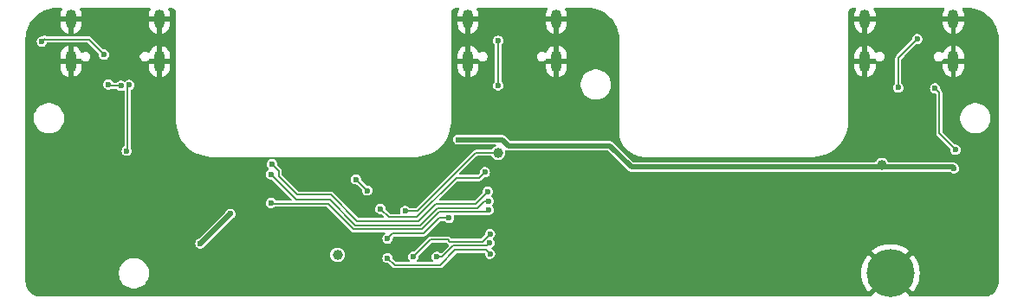
<source format=gbr>
%TF.GenerationSoftware,KiCad,Pcbnew,8.0.2*%
%TF.CreationDate,2025-12-10T20:47:35-08:00*%
%TF.ProjectId,USB-A-Daughterboard,5553422d-412d-4446-9175-676874657262,rev?*%
%TF.SameCoordinates,Original*%
%TF.FileFunction,Copper,L1,Top*%
%TF.FilePolarity,Positive*%
%FSLAX46Y46*%
G04 Gerber Fmt 4.6, Leading zero omitted, Abs format (unit mm)*
G04 Created by KiCad (PCBNEW 8.0.2) date 2025-12-10 20:47:35*
%MOMM*%
%LPD*%
G01*
G04 APERTURE LIST*
%TA.AperFunction,ComponentPad*%
%ADD10C,1.000000*%
%TD*%
%TA.AperFunction,ComponentPad*%
%ADD11O,1.050000X2.150000*%
%TD*%
%TA.AperFunction,ComponentPad*%
%ADD12O,1.050000X1.850000*%
%TD*%
%TA.AperFunction,ComponentPad*%
%ADD13C,4.700000*%
%TD*%
%TA.AperFunction,ViaPad*%
%ADD14C,0.600000*%
%TD*%
%TA.AperFunction,Conductor*%
%ADD15C,0.500000*%
%TD*%
%TA.AperFunction,Conductor*%
%ADD16C,0.200000*%
%TD*%
G04 APERTURE END LIST*
D10*
%TO.P,TP2,1,1*%
%TO.N,FAULT*%
X31000000Y-24700000D03*
%TD*%
%TO.P,TP1,1,1*%
%TO.N,P_EN*%
X46700000Y-14700000D03*
%TD*%
D11*
%TO.P,J1,S1,SHIELD*%
%TO.N,GND*%
X91190000Y-5750000D03*
D12*
X91190000Y-1600000D03*
D11*
X82550000Y-5750000D03*
D12*
X82550000Y-1600000D03*
%TD*%
D13*
%TO.P,H1,1,1*%
%TO.N,GND*%
X85040000Y-26500000D03*
%TD*%
D11*
%TO.P,J2,S1,SHIELD*%
%TO.N,GND*%
X13590000Y-5750000D03*
D12*
X13590000Y-1600000D03*
D11*
X4950000Y-5750000D03*
D12*
X4950000Y-1600000D03*
%TD*%
D11*
%TO.P,J5,S1,SHIELD*%
%TO.N,GND*%
X52390000Y-5750000D03*
D12*
X52390000Y-1600000D03*
D11*
X43750000Y-5750000D03*
D12*
X43750000Y-1600000D03*
%TD*%
D10*
%TO.P,TP3,1,1*%
%TO.N,+5V_lim*%
X84200000Y-15900000D03*
%TD*%
D14*
%TO.N,GND*%
X5300000Y-7400000D03*
X43000000Y-25200000D03*
X54875438Y-17969409D03*
X78600000Y-25800000D03*
X41900000Y-15900000D03*
X44600000Y-25200000D03*
X50300000Y-13100000D03*
X50300000Y-19200000D03*
X43000000Y-18200000D03*
X84100000Y-20400000D03*
X88900000Y-16900000D03*
X56400000Y-24800000D03*
X3000000Y-24900000D03*
X82900000Y-7600000D03*
X17600000Y-28400000D03*
X24500000Y-21200000D03*
X87000000Y-17000000D03*
X18100000Y-22000000D03*
X44600000Y-18300000D03*
X48500000Y-14800000D03*
X90200000Y-25000000D03*
X19200000Y-23200000D03*
X7900000Y-23100000D03*
X20500000Y-21900000D03*
X61200000Y-19200000D03*
X51300000Y-8000000D03*
X87100000Y-15300000D03*
X6000000Y-10000000D03*
X50300000Y-14800000D03*
X22800000Y-26800000D03*
X38885069Y-18263157D03*
X90422835Y-9657086D03*
X41100000Y-23800000D03*
X90100000Y-8000000D03*
X44000000Y-7600000D03*
X88900000Y-15200000D03*
X15300000Y-23700000D03*
X51200000Y-21400000D03*
X19300000Y-20700000D03*
X45485786Y-27200000D03*
X12500000Y-7900000D03*
X54600000Y-27900000D03*
X7600000Y-8200000D03*
X89400000Y-20200000D03*
X87700000Y-18900000D03*
%TO.N,+5V_lim*%
X17600000Y-23600000D03*
X20525000Y-20675000D03*
X91271342Y-16228658D03*
X42800000Y-13400000D03*
%TO.N,+3.3V*%
X41900000Y-21100000D03*
X35900000Y-23100000D03*
%TO.N,DRV*%
X24487500Y-19600000D03*
X45800000Y-20300000D03*
%TO.N,Net-(J1-CC1)*%
X87650000Y-3550000D03*
X85800000Y-8300000D03*
%TO.N,Net-(J1-CC2)*%
X89395621Y-8379281D03*
X91400000Y-14400000D03*
%TO.N,D4+*%
X9833018Y-8121197D03*
X8600000Y-8003427D03*
%TO.N,Net-(J2-CC2)*%
X10400000Y-14500000D03*
X10630366Y-8056116D03*
%TO.N,Net-(J2-CC1)*%
X8178940Y-5072530D03*
X2100000Y-3800000D03*
%TO.N,Net-(J5-CC1)*%
X46700000Y-8100000D03*
X46700000Y-3700000D03*
%TO.N,P_EN*%
X37600000Y-20400000D03*
%TO.N,Net-(U1-BUSJ)*%
X38400000Y-24900000D03*
X45900000Y-22652500D03*
%TO.N,Net-(U1-VBUSM)*%
X45876765Y-23524265D03*
X40700000Y-24900000D03*
%TO.N,Net-(U1-~{XRSTJ})*%
X35900000Y-25000000D03*
X45900000Y-24600000D03*
%TO.N,LED1*%
X24487500Y-16800000D03*
X45769440Y-19430374D03*
%TO.N,LED2*%
X45700000Y-18500000D03*
X24587500Y-15800000D03*
%TO.N,FAULT*%
X35200000Y-20200000D03*
X45400000Y-16600000D03*
%TO.N,Net-(U7-ILIM)*%
X32800000Y-17300000D03*
X33900000Y-18400000D03*
%TD*%
D15*
%TO.N,+5V_lim*%
X84000000Y-16100000D02*
X84200000Y-15900000D01*
X83100000Y-16100000D02*
X84000000Y-16100000D01*
X47700000Y-14000000D02*
X57600000Y-14000000D01*
X57600000Y-14000000D02*
X59700000Y-16100000D01*
X17600000Y-23600000D02*
X20525000Y-20675000D01*
X47100000Y-13400000D02*
X47700000Y-14000000D01*
X42800000Y-13400000D02*
X47100000Y-13400000D01*
X83100000Y-16100000D02*
X91142684Y-16100000D01*
X59700000Y-16100000D02*
X83100000Y-16100000D01*
X91142684Y-16100000D02*
X91271342Y-16228658D01*
D16*
%TO.N,+3.3V*%
X36400000Y-22600000D02*
X39428430Y-22600000D01*
X35900000Y-23100000D02*
X36400000Y-22600000D01*
X39428430Y-22600000D02*
X40928430Y-21100000D01*
X40928430Y-21100000D02*
X41900000Y-21100000D01*
%TO.N,DRV*%
X39262744Y-22200000D02*
X32600000Y-22200000D01*
X45600000Y-20500000D02*
X40962744Y-20500000D01*
X24587500Y-19700000D02*
X24487500Y-19600000D01*
X32600000Y-22200000D02*
X30100000Y-19700000D01*
X30100000Y-19700000D02*
X24587500Y-19700000D01*
X40962744Y-20500000D02*
X39262744Y-22200000D01*
X45800000Y-20300000D02*
X45600000Y-20500000D01*
%TO.N,Net-(J1-CC1)*%
X87700000Y-3500000D02*
X87650000Y-3550000D01*
X85800000Y-5400000D02*
X87650000Y-3550000D01*
X85800000Y-8300000D02*
X85800000Y-5400000D01*
%TO.N,Net-(J1-CC2)*%
X89800000Y-8783660D02*
X89395621Y-8379281D01*
X89800000Y-12800000D02*
X91400000Y-14400000D01*
X89800000Y-12200000D02*
X89800000Y-8783660D01*
X89800000Y-12200000D02*
X89800000Y-12800000D01*
%TO.N,D4+*%
X9690399Y-7978578D02*
X9833018Y-8121197D01*
X9833018Y-8121197D02*
X8717770Y-8121197D01*
X8717770Y-8121197D02*
X8600000Y-8003427D01*
%TO.N,Net-(J2-CC2)*%
X10500000Y-8186482D02*
X10500000Y-11400000D01*
X10500000Y-14400000D02*
X10400000Y-14500000D01*
X10500000Y-12800000D02*
X10500000Y-14400000D01*
X10500000Y-11400000D02*
X10500000Y-12800000D01*
X10630366Y-8056116D02*
X10500000Y-8186482D01*
%TO.N,Net-(J2-CC1)*%
X8178940Y-5072530D02*
X6706410Y-3600000D01*
X2300000Y-3600000D02*
X2100000Y-3800000D01*
X2400000Y-3500000D02*
X2100000Y-3800000D01*
X6706410Y-3600000D02*
X2300000Y-3600000D01*
X8178940Y-5072530D02*
X8178940Y-4878940D01*
%TO.N,Net-(J5-CC1)*%
X46700000Y-4500000D02*
X46700000Y-3700000D01*
X46700000Y-8100000D02*
X46700000Y-4500000D01*
%TO.N,P_EN*%
X38800000Y-20400000D02*
X44500000Y-14700000D01*
X44500000Y-14700000D02*
X46700000Y-14700000D01*
X37600000Y-20400000D02*
X38800000Y-20400000D01*
%TO.N,Net-(U1-BUSJ)*%
X40100000Y-23200000D02*
X38400000Y-24900000D01*
X45152500Y-23400000D02*
X44500000Y-23400000D01*
X42000000Y-23400000D02*
X41800000Y-23200000D01*
X44500000Y-23400000D02*
X42000000Y-23400000D01*
X41800000Y-23200000D02*
X40100000Y-23200000D01*
X45900000Y-22652500D02*
X45152500Y-23400000D01*
%TO.N,Net-(U1-VBUSM)*%
X42334314Y-23800000D02*
X41234314Y-24900000D01*
X41234314Y-24900000D02*
X40700000Y-24900000D01*
X45000000Y-23800000D02*
X42334314Y-23800000D01*
X45601030Y-23800000D02*
X45000000Y-23800000D01*
X45876765Y-23524265D02*
X45601030Y-23800000D01*
%TO.N,Net-(U1-~{XRSTJ})*%
X42500000Y-24200000D02*
X45500000Y-24200000D01*
X45500000Y-24200000D02*
X45900000Y-24600000D01*
X36600000Y-25700000D02*
X41000000Y-25700000D01*
X41000000Y-25700000D02*
X42500000Y-24200000D01*
X35900000Y-25000000D02*
X36600000Y-25700000D01*
%TO.N,LED1*%
X39097058Y-21800000D02*
X32765686Y-21800000D01*
X40797058Y-20100000D02*
X39097058Y-21800000D01*
X44665686Y-20100000D02*
X43900000Y-20100000D01*
X26987500Y-19300000D02*
X24487500Y-16800000D01*
X45769440Y-19430374D02*
X45335312Y-19430374D01*
X32765686Y-21800000D02*
X30265686Y-19300000D01*
X43900000Y-20100000D02*
X40797058Y-20100000D01*
X45335312Y-19430374D02*
X44665686Y-20100000D01*
X30265686Y-19300000D02*
X26987500Y-19300000D01*
%TO.N,LED2*%
X45700000Y-18500000D02*
X44500000Y-19700000D01*
X40631372Y-19700000D02*
X38931372Y-21400000D01*
X38931372Y-21400000D02*
X32931372Y-21400000D01*
X30331372Y-18800000D02*
X27053186Y-18800000D01*
X25270343Y-16482843D02*
X24587500Y-15800000D01*
X25270343Y-17017157D02*
X25270343Y-16482843D01*
X44500000Y-19700000D02*
X43800000Y-19700000D01*
X43800000Y-19700000D02*
X40631372Y-19700000D01*
X27053186Y-18800000D02*
X25270343Y-17017157D01*
X32931372Y-21400000D02*
X30331372Y-18800000D01*
%TO.N,FAULT*%
X42598186Y-17167500D02*
X44832500Y-17167500D01*
X35200000Y-20200000D02*
X36000000Y-21000000D01*
X44832500Y-17167500D02*
X45400000Y-16600000D01*
X38765686Y-21000000D02*
X42598186Y-17167500D01*
X36000000Y-21000000D02*
X38765686Y-21000000D01*
%TO.N,Net-(U7-ILIM)*%
X33900000Y-18400000D02*
X32800000Y-17300000D01*
%TD*%
%TA.AperFunction,Conductor*%
%TO.N,GND*%
G36*
X41692712Y-23519407D02*
G01*
X41704524Y-23529496D01*
X41815488Y-23640459D01*
X41815493Y-23640463D01*
X41864399Y-23668699D01*
X41905340Y-23714168D01*
X41911736Y-23775018D01*
X41884903Y-23824439D01*
X41180761Y-24528581D01*
X41126244Y-24556358D01*
X41065812Y-24546787D01*
X41035941Y-24523411D01*
X41031128Y-24517857D01*
X40998182Y-24496684D01*
X40910057Y-24440049D01*
X40910054Y-24440047D01*
X40910053Y-24440047D01*
X40910050Y-24440046D01*
X40771964Y-24399500D01*
X40771961Y-24399500D01*
X40628039Y-24399500D01*
X40628035Y-24399500D01*
X40489949Y-24440046D01*
X40489942Y-24440049D01*
X40368873Y-24517855D01*
X40274622Y-24626628D01*
X40214834Y-24757543D01*
X40194353Y-24899997D01*
X40194353Y-24900002D01*
X40214834Y-25042456D01*
X40274623Y-25173373D01*
X40328602Y-25235669D01*
X40352420Y-25292028D01*
X40338561Y-25351624D01*
X40292320Y-25391691D01*
X40253783Y-25399500D01*
X38846217Y-25399500D01*
X38788026Y-25380593D01*
X38752062Y-25331093D01*
X38752062Y-25269907D01*
X38771398Y-25235669D01*
X38786054Y-25218754D01*
X38825377Y-25173373D01*
X38885165Y-25042457D01*
X38901156Y-24931239D01*
X38905647Y-24900002D01*
X38905647Y-24900000D01*
X38902558Y-24878518D01*
X38912990Y-24818228D01*
X38930543Y-24794426D01*
X40195475Y-23529496D01*
X40249992Y-23501719D01*
X40265479Y-23500500D01*
X41634521Y-23500500D01*
X41692712Y-23519407D01*
G37*
%TD.AperFunction*%
%TA.AperFunction,Conductor*%
G36*
X4057608Y-519407D02*
G01*
X4093572Y-568907D01*
X4093572Y-630093D01*
X4081732Y-654502D01*
X4041659Y-714473D01*
X4041653Y-714484D01*
X3964390Y-901016D01*
X3964390Y-901018D01*
X3925000Y-1099043D01*
X3925000Y-1349999D01*
X3925001Y-1350000D01*
X4625000Y-1350000D01*
X4625000Y-1850000D01*
X3925001Y-1850000D01*
X3925000Y-1850001D01*
X3925000Y-2100956D01*
X3964390Y-2298981D01*
X3964390Y-2298983D01*
X4041653Y-2485515D01*
X4041659Y-2485527D01*
X4153830Y-2653399D01*
X4153833Y-2653403D01*
X4296596Y-2796166D01*
X4296600Y-2796169D01*
X4464472Y-2908340D01*
X4464484Y-2908346D01*
X4651016Y-2985609D01*
X4651019Y-2985610D01*
X4699999Y-2995352D01*
X4700000Y-2995352D01*
X4700000Y-2209618D01*
X4750446Y-2260064D01*
X4824555Y-2302851D01*
X4907213Y-2325000D01*
X4992787Y-2325000D01*
X5075445Y-2302851D01*
X5149554Y-2260064D01*
X5200000Y-2209618D01*
X5200000Y-2995352D01*
X5248980Y-2985610D01*
X5248983Y-2985609D01*
X5435515Y-2908346D01*
X5435527Y-2908340D01*
X5603399Y-2796169D01*
X5603403Y-2796166D01*
X5746166Y-2653403D01*
X5746169Y-2653399D01*
X5858340Y-2485527D01*
X5858346Y-2485515D01*
X5935609Y-2298983D01*
X5935609Y-2298981D01*
X5974999Y-2100956D01*
X5975000Y-2100952D01*
X5975000Y-1850001D01*
X5974999Y-1850000D01*
X5275000Y-1850000D01*
X5275000Y-1350000D01*
X5974999Y-1350000D01*
X5975000Y-1349999D01*
X5975000Y-1099047D01*
X5974999Y-1099043D01*
X5935609Y-901018D01*
X5935609Y-901016D01*
X5858346Y-714484D01*
X5858340Y-714473D01*
X5818268Y-654502D01*
X5801659Y-595614D01*
X5822836Y-538210D01*
X5873710Y-504217D01*
X5900583Y-500500D01*
X12639417Y-500500D01*
X12697608Y-519407D01*
X12733572Y-568907D01*
X12733572Y-630093D01*
X12721732Y-654502D01*
X12681659Y-714473D01*
X12681653Y-714484D01*
X12604390Y-901016D01*
X12604390Y-901018D01*
X12565000Y-1099043D01*
X12565000Y-1349999D01*
X12565001Y-1350000D01*
X13265000Y-1350000D01*
X13265000Y-1850000D01*
X12565001Y-1850000D01*
X12565000Y-1850001D01*
X12565000Y-2100956D01*
X12604390Y-2298981D01*
X12604390Y-2298983D01*
X12681653Y-2485515D01*
X12681659Y-2485527D01*
X12793830Y-2653399D01*
X12793833Y-2653403D01*
X12936596Y-2796166D01*
X12936600Y-2796169D01*
X13104472Y-2908340D01*
X13104484Y-2908346D01*
X13291016Y-2985609D01*
X13291019Y-2985610D01*
X13339999Y-2995352D01*
X13340000Y-2995352D01*
X13340000Y-2209618D01*
X13390446Y-2260064D01*
X13464555Y-2302851D01*
X13547213Y-2325000D01*
X13632787Y-2325000D01*
X13715445Y-2302851D01*
X13789554Y-2260064D01*
X13840000Y-2209618D01*
X13840000Y-2995352D01*
X13888980Y-2985610D01*
X13888983Y-2985609D01*
X14075515Y-2908346D01*
X14075527Y-2908340D01*
X14243399Y-2796169D01*
X14243403Y-2796166D01*
X14386166Y-2653403D01*
X14386169Y-2653399D01*
X14498340Y-2485527D01*
X14498346Y-2485515D01*
X14575609Y-2298983D01*
X14575609Y-2298981D01*
X14614999Y-2100956D01*
X14615000Y-2100952D01*
X14615000Y-1850001D01*
X14614999Y-1850000D01*
X13915000Y-1850000D01*
X13915000Y-1350000D01*
X14614999Y-1350000D01*
X14615000Y-1349999D01*
X14615000Y-1099047D01*
X14614999Y-1099043D01*
X14575609Y-901018D01*
X14575609Y-901016D01*
X14498346Y-714484D01*
X14498340Y-714473D01*
X14458268Y-654502D01*
X14441659Y-595614D01*
X14462836Y-538210D01*
X14513710Y-504217D01*
X14540583Y-500500D01*
X14674108Y-500500D01*
X14734408Y-500500D01*
X14745552Y-501129D01*
X14753365Y-502014D01*
X14840598Y-511896D01*
X14862319Y-516881D01*
X14947245Y-546772D01*
X14967296Y-556489D01*
X15043381Y-604620D01*
X15060753Y-618579D01*
X15124140Y-682509D01*
X15137951Y-700000D01*
X15185431Y-776491D01*
X15194976Y-796623D01*
X15224143Y-881804D01*
X15228942Y-903564D01*
X15238933Y-999019D01*
X15239467Y-1010169D01*
X15238943Y-1071557D01*
X15239500Y-1080638D01*
X15239500Y-11528034D01*
X15239499Y-11528052D01*
X15239500Y-11600006D01*
X15239500Y-11771970D01*
X15273215Y-12114247D01*
X15273216Y-12114252D01*
X15302710Y-12262525D01*
X15340318Y-12451582D01*
X15440160Y-12780711D01*
X15571774Y-13098449D01*
X15571782Y-13098467D01*
X15656771Y-13257466D01*
X15733910Y-13401782D01*
X15733913Y-13401787D01*
X15733915Y-13401790D01*
X15813238Y-13520504D01*
X15924991Y-13687754D01*
X16143182Y-13953619D01*
X16386381Y-14196818D01*
X16652246Y-14415009D01*
X16938218Y-14606090D01*
X17173302Y-14731746D01*
X17241532Y-14768217D01*
X17241535Y-14768218D01*
X17241542Y-14768222D01*
X17400419Y-14834032D01*
X17559288Y-14899839D01*
X17559290Y-14899839D01*
X17559296Y-14899842D01*
X17888421Y-14999683D01*
X18225748Y-15066784D01*
X18568027Y-15100499D01*
X18662577Y-15100499D01*
X18662585Y-15100500D01*
X18674108Y-15100500D01*
X18739995Y-15100500D01*
X18805887Y-15100501D01*
X18805891Y-15100500D01*
X38534168Y-15100500D01*
X38600060Y-15100500D01*
X38772026Y-15100500D01*
X38772034Y-15100500D01*
X39000209Y-15078026D01*
X39114301Y-15066789D01*
X39451624Y-14999692D01*
X39780746Y-14899853D01*
X40098497Y-14768237D01*
X40401817Y-14606108D01*
X40687786Y-14415030D01*
X40953648Y-14196842D01*
X41196845Y-13953646D01*
X41415032Y-13687783D01*
X41606110Y-13401814D01*
X41606128Y-13401782D01*
X41689017Y-13246704D01*
X41768238Y-13098494D01*
X41899855Y-12780742D01*
X41899865Y-12780711D01*
X41960735Y-12580047D01*
X41999692Y-12451621D01*
X42066790Y-12114298D01*
X42100501Y-11772022D01*
X42100500Y-11600056D01*
X42100500Y-11534164D01*
X42100500Y-5099043D01*
X42725000Y-5099043D01*
X42725000Y-5499999D01*
X42725001Y-5500000D01*
X43425000Y-5500000D01*
X43425000Y-6000000D01*
X42725001Y-6000000D01*
X42725000Y-6000001D01*
X42725000Y-6400956D01*
X42764390Y-6598981D01*
X42764390Y-6598983D01*
X42841653Y-6785515D01*
X42841659Y-6785527D01*
X42953830Y-6953399D01*
X42953833Y-6953403D01*
X43096596Y-7096166D01*
X43096600Y-7096169D01*
X43264472Y-7208340D01*
X43264484Y-7208346D01*
X43451016Y-7285609D01*
X43451019Y-7285610D01*
X43499999Y-7295352D01*
X43500000Y-7295352D01*
X43500000Y-6409618D01*
X43550446Y-6460064D01*
X43624555Y-6502851D01*
X43707213Y-6525000D01*
X43792787Y-6525000D01*
X43875445Y-6502851D01*
X43949554Y-6460064D01*
X44000000Y-6409618D01*
X44000000Y-7295352D01*
X44048980Y-7285610D01*
X44048983Y-7285609D01*
X44235515Y-7208346D01*
X44235527Y-7208340D01*
X44403399Y-7096169D01*
X44403403Y-7096166D01*
X44546166Y-6953403D01*
X44546169Y-6953399D01*
X44658340Y-6785527D01*
X44658346Y-6785515D01*
X44735609Y-6598983D01*
X44735609Y-6598981D01*
X44774999Y-6400956D01*
X44775000Y-6400952D01*
X44775000Y-6000001D01*
X44774999Y-6000000D01*
X44075000Y-6000000D01*
X44075000Y-5500000D01*
X44715941Y-5500000D01*
X44774132Y-5518907D01*
X44794482Y-5538731D01*
X44797902Y-5543188D01*
X44797903Y-5543189D01*
X44797905Y-5543192D01*
X44886808Y-5632095D01*
X44995692Y-5694959D01*
X45117136Y-5727500D01*
X45117138Y-5727500D01*
X45242862Y-5727500D01*
X45242864Y-5727500D01*
X45364308Y-5694959D01*
X45473192Y-5632095D01*
X45562095Y-5543192D01*
X45624959Y-5434308D01*
X45657500Y-5312864D01*
X45657500Y-5187136D01*
X45624959Y-5065692D01*
X45562095Y-4956808D01*
X45473192Y-4867905D01*
X45364308Y-4805041D01*
X45242864Y-4772500D01*
X45117136Y-4772500D01*
X44995692Y-4805041D01*
X44909703Y-4854687D01*
X44886805Y-4867907D01*
X44874961Y-4879751D01*
X44820444Y-4907527D01*
X44760012Y-4897953D01*
X44716749Y-4854687D01*
X44713496Y-4847630D01*
X44658346Y-4714484D01*
X44658340Y-4714472D01*
X44546169Y-4546600D01*
X44546166Y-4546596D01*
X44403403Y-4403833D01*
X44403399Y-4403830D01*
X44235527Y-4291659D01*
X44235515Y-4291653D01*
X44048984Y-4214390D01*
X44000000Y-4204646D01*
X44000000Y-5090382D01*
X43949554Y-5039936D01*
X43875445Y-4997149D01*
X43792787Y-4975000D01*
X43707213Y-4975000D01*
X43624555Y-4997149D01*
X43550446Y-5039936D01*
X43500000Y-5090382D01*
X43500000Y-4204646D01*
X43451015Y-4214390D01*
X43264484Y-4291653D01*
X43264472Y-4291659D01*
X43096600Y-4403830D01*
X43096596Y-4403833D01*
X42953833Y-4546596D01*
X42953830Y-4546600D01*
X42841659Y-4714472D01*
X42841653Y-4714484D01*
X42764390Y-4901016D01*
X42764390Y-4901018D01*
X42725000Y-5099043D01*
X42100500Y-5099043D01*
X42100500Y-3699997D01*
X46194353Y-3699997D01*
X46194353Y-3700002D01*
X46214834Y-3842456D01*
X46260504Y-3942457D01*
X46274623Y-3973373D01*
X46366578Y-4079496D01*
X46373509Y-4087494D01*
X46371471Y-4089259D01*
X46396925Y-4131458D01*
X46399500Y-4153893D01*
X46399500Y-7646105D01*
X46380593Y-7704296D01*
X46373258Y-7712289D01*
X46373509Y-7712506D01*
X46368872Y-7717856D01*
X46368872Y-7717857D01*
X46355693Y-7733067D01*
X46274622Y-7826628D01*
X46214834Y-7957543D01*
X46194353Y-8099997D01*
X46194353Y-8100002D01*
X46214834Y-8242456D01*
X46262114Y-8345982D01*
X46274623Y-8373373D01*
X46352614Y-8463380D01*
X46368873Y-8482144D01*
X46489942Y-8559950D01*
X46489947Y-8559953D01*
X46596403Y-8591211D01*
X46628035Y-8600499D01*
X46628036Y-8600499D01*
X46628039Y-8600500D01*
X46628041Y-8600500D01*
X46771959Y-8600500D01*
X46771961Y-8600500D01*
X46910053Y-8559953D01*
X47031128Y-8482143D01*
X47125377Y-8373373D01*
X47185165Y-8242457D01*
X47203306Y-8116282D01*
X47205647Y-8100002D01*
X47205647Y-8099997D01*
X47185165Y-7957543D01*
X47151448Y-7883714D01*
X54762500Y-7883714D01*
X54762500Y-8116285D01*
X54798879Y-8345977D01*
X54870747Y-8567163D01*
X54969727Y-8761425D01*
X54976328Y-8774379D01*
X55113026Y-8962527D01*
X55277473Y-9126974D01*
X55465621Y-9263672D01*
X55672837Y-9369253D01*
X55894018Y-9441119D01*
X55894019Y-9441119D01*
X55894022Y-9441120D01*
X56123715Y-9477500D01*
X56123718Y-9477500D01*
X56356285Y-9477500D01*
X56585977Y-9441120D01*
X56585978Y-9441119D01*
X56585982Y-9441119D01*
X56807163Y-9369253D01*
X57014379Y-9263672D01*
X57202527Y-9126974D01*
X57366974Y-8962527D01*
X57503672Y-8774379D01*
X57609253Y-8567163D01*
X57681119Y-8345982D01*
X57688402Y-8300000D01*
X57717500Y-8116285D01*
X57717500Y-7883714D01*
X57681120Y-7654022D01*
X57662321Y-7596165D01*
X57609253Y-7432837D01*
X57503672Y-7225621D01*
X57366974Y-7037473D01*
X57202527Y-6873026D01*
X57014379Y-6736328D01*
X57014378Y-6736327D01*
X57014376Y-6736326D01*
X56807163Y-6630747D01*
X56585977Y-6558879D01*
X56356285Y-6522500D01*
X56356282Y-6522500D01*
X56123718Y-6522500D01*
X56123715Y-6522500D01*
X55894022Y-6558879D01*
X55672836Y-6630747D01*
X55465623Y-6736326D01*
X55277474Y-6873025D01*
X55113025Y-7037474D01*
X54976326Y-7225623D01*
X54870747Y-7432836D01*
X54798879Y-7654022D01*
X54762500Y-7883714D01*
X47151448Y-7883714D01*
X47125377Y-7826627D01*
X47031128Y-7717857D01*
X47031127Y-7717856D01*
X47026491Y-7712506D01*
X47028524Y-7710743D01*
X47003067Y-7668505D01*
X47000500Y-7646105D01*
X47000500Y-5187136D01*
X50482500Y-5187136D01*
X50482500Y-5312864D01*
X50515041Y-5434308D01*
X50577905Y-5543192D01*
X50666808Y-5632095D01*
X50775692Y-5694959D01*
X50897136Y-5727500D01*
X50897138Y-5727500D01*
X51022862Y-5727500D01*
X51022864Y-5727500D01*
X51144308Y-5694959D01*
X51253192Y-5632095D01*
X51342095Y-5543192D01*
X51342098Y-5543186D01*
X51345518Y-5538731D01*
X51395943Y-5504076D01*
X51424059Y-5500000D01*
X52065000Y-5500000D01*
X52065000Y-6000000D01*
X51365001Y-6000000D01*
X51365000Y-6000001D01*
X51365000Y-6400956D01*
X51404390Y-6598981D01*
X51404390Y-6598983D01*
X51481653Y-6785515D01*
X51481659Y-6785527D01*
X51593830Y-6953399D01*
X51593833Y-6953403D01*
X51736596Y-7096166D01*
X51736600Y-7096169D01*
X51904472Y-7208340D01*
X51904484Y-7208346D01*
X52091016Y-7285609D01*
X52091019Y-7285610D01*
X52139999Y-7295352D01*
X52140000Y-7295352D01*
X52140000Y-6409618D01*
X52190446Y-6460064D01*
X52264555Y-6502851D01*
X52347213Y-6525000D01*
X52432787Y-6525000D01*
X52515445Y-6502851D01*
X52589554Y-6460064D01*
X52640000Y-6409618D01*
X52640000Y-7295352D01*
X52688980Y-7285610D01*
X52688983Y-7285609D01*
X52875515Y-7208346D01*
X52875527Y-7208340D01*
X53043399Y-7096169D01*
X53043403Y-7096166D01*
X53186166Y-6953403D01*
X53186169Y-6953399D01*
X53298340Y-6785527D01*
X53298346Y-6785515D01*
X53375609Y-6598983D01*
X53375609Y-6598981D01*
X53414999Y-6400956D01*
X53415000Y-6400952D01*
X53415000Y-6000001D01*
X53414999Y-6000000D01*
X52715000Y-6000000D01*
X52715000Y-5500000D01*
X53414999Y-5500000D01*
X53415000Y-5499999D01*
X53415000Y-5099047D01*
X53414999Y-5099043D01*
X53375609Y-4901018D01*
X53375609Y-4901016D01*
X53298346Y-4714484D01*
X53298340Y-4714472D01*
X53186169Y-4546600D01*
X53186166Y-4546596D01*
X53043403Y-4403833D01*
X53043399Y-4403830D01*
X52875527Y-4291659D01*
X52875515Y-4291653D01*
X52688984Y-4214390D01*
X52640000Y-4204646D01*
X52640000Y-5090382D01*
X52589554Y-5039936D01*
X52515445Y-4997149D01*
X52432787Y-4975000D01*
X52347213Y-4975000D01*
X52264555Y-4997149D01*
X52190446Y-5039936D01*
X52140000Y-5090382D01*
X52140000Y-4204646D01*
X52091015Y-4214390D01*
X51904484Y-4291653D01*
X51904472Y-4291659D01*
X51736600Y-4403830D01*
X51736596Y-4403833D01*
X51593833Y-4546596D01*
X51593830Y-4546600D01*
X51481659Y-4714472D01*
X51481655Y-4714481D01*
X51426503Y-4847631D01*
X51386766Y-4894156D01*
X51327272Y-4908440D01*
X51270744Y-4885025D01*
X51265048Y-4879761D01*
X51253192Y-4867905D01*
X51144308Y-4805041D01*
X51022864Y-4772500D01*
X50897136Y-4772500D01*
X50775692Y-4805041D01*
X50666808Y-4867905D01*
X50577905Y-4956808D01*
X50515041Y-5065692D01*
X50482500Y-5187136D01*
X47000500Y-5187136D01*
X47000500Y-4153893D01*
X47019407Y-4095702D01*
X47026741Y-4087711D01*
X47026491Y-4087494D01*
X47031128Y-4082143D01*
X47125377Y-3973373D01*
X47185165Y-3842457D01*
X47205647Y-3700000D01*
X47204562Y-3692457D01*
X47185165Y-3557543D01*
X47125377Y-3426628D01*
X47125377Y-3426627D01*
X47031128Y-3317857D01*
X47031127Y-3317856D01*
X47031126Y-3317855D01*
X46910057Y-3240049D01*
X46910054Y-3240047D01*
X46910053Y-3240047D01*
X46910050Y-3240046D01*
X46771964Y-3199500D01*
X46771961Y-3199500D01*
X46628039Y-3199500D01*
X46628035Y-3199500D01*
X46489949Y-3240046D01*
X46489942Y-3240049D01*
X46368873Y-3317855D01*
X46274622Y-3426628D01*
X46214834Y-3557543D01*
X46194353Y-3699997D01*
X42100500Y-3699997D01*
X42100500Y-1072629D01*
X42100502Y-1072584D01*
X42100501Y-1066015D01*
X42100503Y-1066011D01*
X42100500Y-1005711D01*
X42101131Y-994553D01*
X42111936Y-899301D01*
X42116935Y-877559D01*
X42146937Y-792459D01*
X42156680Y-772389D01*
X42204991Y-696174D01*
X42218984Y-678796D01*
X42283144Y-615343D01*
X42300669Y-601548D01*
X42377422Y-554082D01*
X42397589Y-544566D01*
X42483027Y-515505D01*
X42504821Y-510749D01*
X42599864Y-501033D01*
X42611012Y-500527D01*
X42671646Y-501202D01*
X42671648Y-501201D01*
X42671699Y-501202D01*
X42683415Y-500500D01*
X42799417Y-500500D01*
X42857608Y-519407D01*
X42893572Y-568907D01*
X42893572Y-630093D01*
X42881732Y-654502D01*
X42841659Y-714473D01*
X42841653Y-714484D01*
X42764390Y-901016D01*
X42764390Y-901018D01*
X42725000Y-1099043D01*
X42725000Y-1349999D01*
X42725001Y-1350000D01*
X43425000Y-1350000D01*
X43425000Y-1850000D01*
X42725001Y-1850000D01*
X42725000Y-1850001D01*
X42725000Y-2100956D01*
X42764390Y-2298981D01*
X42764390Y-2298983D01*
X42841653Y-2485515D01*
X42841659Y-2485527D01*
X42953830Y-2653399D01*
X42953833Y-2653403D01*
X43096596Y-2796166D01*
X43096600Y-2796169D01*
X43264472Y-2908340D01*
X43264484Y-2908346D01*
X43451016Y-2985609D01*
X43451019Y-2985610D01*
X43499999Y-2995352D01*
X43500000Y-2995352D01*
X43500000Y-2209618D01*
X43550446Y-2260064D01*
X43624555Y-2302851D01*
X43707213Y-2325000D01*
X43792787Y-2325000D01*
X43875445Y-2302851D01*
X43949554Y-2260064D01*
X44000000Y-2209618D01*
X44000000Y-2995352D01*
X44048980Y-2985610D01*
X44048983Y-2985609D01*
X44235515Y-2908346D01*
X44235527Y-2908340D01*
X44403399Y-2796169D01*
X44403403Y-2796166D01*
X44546166Y-2653403D01*
X44546169Y-2653399D01*
X44658340Y-2485527D01*
X44658346Y-2485515D01*
X44735609Y-2298983D01*
X44735609Y-2298981D01*
X44774999Y-2100956D01*
X44775000Y-2100952D01*
X44775000Y-1850001D01*
X44774999Y-1850000D01*
X44075000Y-1850000D01*
X44075000Y-1350000D01*
X44774999Y-1350000D01*
X44775000Y-1349999D01*
X44775000Y-1099047D01*
X44774999Y-1099043D01*
X44735609Y-901018D01*
X44735609Y-901016D01*
X44658346Y-714484D01*
X44658340Y-714473D01*
X44618268Y-654502D01*
X44601659Y-595614D01*
X44622836Y-538210D01*
X44673710Y-504217D01*
X44700583Y-500500D01*
X51439417Y-500500D01*
X51497608Y-519407D01*
X51533572Y-568907D01*
X51533572Y-630093D01*
X51521732Y-654502D01*
X51481659Y-714473D01*
X51481653Y-714484D01*
X51404390Y-901016D01*
X51404390Y-901018D01*
X51365000Y-1099043D01*
X51365000Y-1349999D01*
X51365001Y-1350000D01*
X52065000Y-1350000D01*
X52065000Y-1850000D01*
X51365001Y-1850000D01*
X51365000Y-1850001D01*
X51365000Y-2100956D01*
X51404390Y-2298981D01*
X51404390Y-2298983D01*
X51481653Y-2485515D01*
X51481659Y-2485527D01*
X51593830Y-2653399D01*
X51593833Y-2653403D01*
X51736596Y-2796166D01*
X51736600Y-2796169D01*
X51904472Y-2908340D01*
X51904484Y-2908346D01*
X52091016Y-2985609D01*
X52091019Y-2985610D01*
X52140000Y-2995352D01*
X52140000Y-2209618D01*
X52190446Y-2260064D01*
X52264555Y-2302851D01*
X52347213Y-2325000D01*
X52432787Y-2325000D01*
X52515445Y-2302851D01*
X52589554Y-2260064D01*
X52640000Y-2209618D01*
X52640000Y-2995352D01*
X52688980Y-2985610D01*
X52688983Y-2985609D01*
X52875515Y-2908346D01*
X52875527Y-2908340D01*
X53043399Y-2796169D01*
X53043403Y-2796166D01*
X53186166Y-2653403D01*
X53186169Y-2653399D01*
X53298340Y-2485527D01*
X53298346Y-2485515D01*
X53375609Y-2298983D01*
X53375609Y-2298981D01*
X53414999Y-2100956D01*
X53415000Y-2100952D01*
X53415000Y-1850001D01*
X53414999Y-1850000D01*
X52715000Y-1850000D01*
X52715000Y-1350000D01*
X53414999Y-1350000D01*
X53415000Y-1349999D01*
X53415000Y-1099047D01*
X53414999Y-1099043D01*
X53375609Y-901018D01*
X53375609Y-901016D01*
X53298346Y-714484D01*
X53298340Y-714473D01*
X53258268Y-654502D01*
X53241659Y-595614D01*
X53262836Y-538210D01*
X53313710Y-504217D01*
X53340583Y-500500D01*
X55374108Y-500500D01*
X55437391Y-500500D01*
X55442587Y-500636D01*
X55451967Y-501129D01*
X55759731Y-517305D01*
X55770061Y-518394D01*
X56081124Y-567806D01*
X56091278Y-569970D01*
X56395454Y-651722D01*
X56405327Y-654940D01*
X56699260Y-768127D01*
X56708743Y-772364D01*
X56989188Y-915740D01*
X56998162Y-920939D01*
X57027309Y-939936D01*
X57262035Y-1092926D01*
X57270431Y-1099049D01*
X57368878Y-1179091D01*
X57514826Y-1297754D01*
X57522509Y-1304702D01*
X57744722Y-1527926D01*
X57751657Y-1535666D01*
X57949243Y-1780953D01*
X57955328Y-1789377D01*
X58126106Y-2054016D01*
X58131275Y-2063032D01*
X58273372Y-2344120D01*
X58277567Y-2353628D01*
X58389412Y-2648054D01*
X58392588Y-2657949D01*
X58472954Y-2962488D01*
X58475075Y-2972662D01*
X58523074Y-3283951D01*
X58524116Y-3294291D01*
X58539377Y-3612186D01*
X58539490Y-3617382D01*
X58539189Y-3683649D01*
X58539500Y-3688551D01*
X58539500Y-12543690D01*
X58538974Y-12552231D01*
X58539196Y-12579978D01*
X58539174Y-12580047D01*
X58539497Y-12622027D01*
X58539500Y-12622788D01*
X58539500Y-12683827D01*
X58540030Y-12691480D01*
X58540637Y-12770297D01*
X58540639Y-12770317D01*
X58579119Y-13068800D01*
X58579123Y-13068816D01*
X58653128Y-13360558D01*
X58761578Y-13641301D01*
X58761583Y-13641311D01*
X58902927Y-13907040D01*
X59075112Y-14153892D01*
X59075122Y-14153905D01*
X59144972Y-14232071D01*
X59275666Y-14378326D01*
X59501683Y-14577085D01*
X59749904Y-14747305D01*
X60016747Y-14886529D01*
X60016751Y-14886530D01*
X60016752Y-14886531D01*
X60053787Y-14900500D01*
X60298360Y-14992749D01*
X60298363Y-14992749D01*
X60298370Y-14992752D01*
X60448215Y-15029496D01*
X60590680Y-15064431D01*
X60889485Y-15100539D01*
X60889490Y-15100538D01*
X60889491Y-15100539D01*
X60971570Y-15100517D01*
X61039975Y-15100500D01*
X61105867Y-15100503D01*
X61105871Y-15100501D01*
X61112440Y-15100502D01*
X61112485Y-15100500D01*
X77571975Y-15100500D01*
X77800153Y-15078026D01*
X77914246Y-15066789D01*
X78251571Y-14999692D01*
X78580696Y-14899853D01*
X78898451Y-14768236D01*
X79201774Y-14606108D01*
X79487746Y-14415030D01*
X79753612Y-14196841D01*
X79996812Y-13953644D01*
X80215004Y-13687781D01*
X80406086Y-13401812D01*
X80568218Y-13098490D01*
X80568232Y-13098458D01*
X80633848Y-12940049D01*
X80699839Y-12780737D01*
X80799681Y-12451613D01*
X80866783Y-12114288D01*
X80900498Y-11772010D01*
X80900498Y-11677455D01*
X80900500Y-11677451D01*
X80900500Y-11584511D01*
X80900501Y-11534151D01*
X80900500Y-11534147D01*
X80900500Y-8299997D01*
X85294353Y-8299997D01*
X85294353Y-8300002D01*
X85314834Y-8442456D01*
X85371787Y-8567163D01*
X85374623Y-8573373D01*
X85456329Y-8667667D01*
X85468873Y-8682144D01*
X85565276Y-8744098D01*
X85589947Y-8759953D01*
X85696403Y-8791211D01*
X85728035Y-8800499D01*
X85728036Y-8800499D01*
X85728039Y-8800500D01*
X85728041Y-8800500D01*
X85871959Y-8800500D01*
X85871961Y-8800500D01*
X86010053Y-8759953D01*
X86131128Y-8682143D01*
X86225377Y-8573373D01*
X86285165Y-8442457D01*
X86294249Y-8379278D01*
X88889974Y-8379278D01*
X88889974Y-8379283D01*
X88910455Y-8521737D01*
X88970243Y-8652652D01*
X88970244Y-8652654D01*
X89064493Y-8761424D01*
X89064494Y-8761425D01*
X89185563Y-8839231D01*
X89185568Y-8839234D01*
X89292024Y-8870492D01*
X89323656Y-8879780D01*
X89323657Y-8879780D01*
X89323660Y-8879781D01*
X89323662Y-8879781D01*
X89400500Y-8879781D01*
X89458691Y-8898688D01*
X89494655Y-8948188D01*
X89499500Y-8978781D01*
X89499500Y-12839564D01*
X89519977Y-12915985D01*
X89519979Y-12915990D01*
X89539326Y-12949500D01*
X89539327Y-12949501D01*
X89559540Y-12984511D01*
X90214536Y-13639507D01*
X90869453Y-14294424D01*
X90897230Y-14348941D01*
X90897441Y-14378514D01*
X90894354Y-14399997D01*
X90894353Y-14400002D01*
X90914834Y-14542456D01*
X90960504Y-14642457D01*
X90974623Y-14673373D01*
X91056827Y-14768242D01*
X91068873Y-14782144D01*
X91189942Y-14859950D01*
X91189947Y-14859953D01*
X91296403Y-14891211D01*
X91328035Y-14900499D01*
X91328036Y-14900499D01*
X91328039Y-14900500D01*
X91328041Y-14900500D01*
X91471959Y-14900500D01*
X91471961Y-14900500D01*
X91610053Y-14859953D01*
X91731128Y-14782143D01*
X91825377Y-14673373D01*
X91885165Y-14542457D01*
X91898386Y-14450500D01*
X91905647Y-14400002D01*
X91905647Y-14399997D01*
X91885165Y-14257543D01*
X91871046Y-14226627D01*
X91825377Y-14126627D01*
X91731128Y-14017857D01*
X91731127Y-14017856D01*
X91731126Y-14017855D01*
X91610057Y-13940049D01*
X91610054Y-13940047D01*
X91610053Y-13940047D01*
X91610050Y-13940046D01*
X91471964Y-13899500D01*
X91471961Y-13899500D01*
X91365479Y-13899500D01*
X91307288Y-13880593D01*
X91295475Y-13870504D01*
X90129496Y-12704525D01*
X90101719Y-12650008D01*
X90100500Y-12634521D01*
X90100500Y-11183714D01*
X91862500Y-11183714D01*
X91862500Y-11416285D01*
X91898879Y-11645977D01*
X91939817Y-11771970D01*
X91970747Y-11867163D01*
X92076328Y-12074379D01*
X92213026Y-12262527D01*
X92377473Y-12426974D01*
X92565621Y-12563672D01*
X92772837Y-12669253D01*
X92994018Y-12741119D01*
X92994019Y-12741119D01*
X92994022Y-12741120D01*
X93223715Y-12777500D01*
X93223718Y-12777500D01*
X93456285Y-12777500D01*
X93685977Y-12741120D01*
X93685978Y-12741119D01*
X93685982Y-12741119D01*
X93907163Y-12669253D01*
X94114379Y-12563672D01*
X94302527Y-12426974D01*
X94466974Y-12262527D01*
X94603672Y-12074379D01*
X94709253Y-11867163D01*
X94781119Y-11645982D01*
X94798829Y-11534165D01*
X94817500Y-11416285D01*
X94817500Y-11183714D01*
X94781120Y-10954022D01*
X94781119Y-10954018D01*
X94709253Y-10732837D01*
X94603672Y-10525621D01*
X94466974Y-10337473D01*
X94302527Y-10173026D01*
X94114379Y-10036328D01*
X94114378Y-10036327D01*
X94114376Y-10036326D01*
X93907163Y-9930747D01*
X93685977Y-9858879D01*
X93456285Y-9822500D01*
X93456282Y-9822500D01*
X93223718Y-9822500D01*
X93223715Y-9822500D01*
X92994022Y-9858879D01*
X92772836Y-9930747D01*
X92565623Y-10036326D01*
X92377474Y-10173025D01*
X92213025Y-10337474D01*
X92076326Y-10525623D01*
X91970747Y-10732836D01*
X91898879Y-10954022D01*
X91862500Y-11183714D01*
X90100500Y-11183714D01*
X90100500Y-8744097D01*
X90100499Y-8744095D01*
X90080021Y-8667671D01*
X90080019Y-8667667D01*
X90040460Y-8599149D01*
X89984511Y-8543199D01*
X89984511Y-8543200D01*
X89926167Y-8484856D01*
X89898390Y-8430339D01*
X89898179Y-8400763D01*
X89901268Y-8379281D01*
X89900418Y-8373371D01*
X89880786Y-8236824D01*
X89844579Y-8157543D01*
X89820998Y-8105908D01*
X89726749Y-7997138D01*
X89726748Y-7997137D01*
X89726747Y-7997136D01*
X89605678Y-7919330D01*
X89605675Y-7919328D01*
X89605674Y-7919328D01*
X89605671Y-7919327D01*
X89467585Y-7878781D01*
X89467582Y-7878781D01*
X89323660Y-7878781D01*
X89323656Y-7878781D01*
X89185570Y-7919327D01*
X89185563Y-7919330D01*
X89064494Y-7997136D01*
X88970243Y-8105909D01*
X88910455Y-8236824D01*
X88889974Y-8379278D01*
X86294249Y-8379278D01*
X86301407Y-8329489D01*
X86305647Y-8300002D01*
X86305647Y-8299997D01*
X86285165Y-8157543D01*
X86266323Y-8116285D01*
X86225377Y-8026627D01*
X86131128Y-7917857D01*
X86131127Y-7917856D01*
X86126491Y-7912506D01*
X86128524Y-7910743D01*
X86103067Y-7868505D01*
X86100500Y-7846105D01*
X86100500Y-5565478D01*
X86119407Y-5507287D01*
X86129490Y-5495480D01*
X86437834Y-5187136D01*
X89282500Y-5187136D01*
X89282500Y-5312864D01*
X89315041Y-5434308D01*
X89377905Y-5543192D01*
X89466808Y-5632095D01*
X89575692Y-5694959D01*
X89697136Y-5727500D01*
X89697138Y-5727500D01*
X89822862Y-5727500D01*
X89822864Y-5727500D01*
X89944308Y-5694959D01*
X90053192Y-5632095D01*
X90142095Y-5543192D01*
X90142098Y-5543186D01*
X90145518Y-5538731D01*
X90195943Y-5504076D01*
X90224059Y-5500000D01*
X90865000Y-5500000D01*
X90865000Y-6000000D01*
X90165001Y-6000000D01*
X90165000Y-6000001D01*
X90165000Y-6400956D01*
X90204390Y-6598981D01*
X90204390Y-6598983D01*
X90281653Y-6785515D01*
X90281659Y-6785527D01*
X90393830Y-6953399D01*
X90393833Y-6953403D01*
X90536596Y-7096166D01*
X90536600Y-7096169D01*
X90704472Y-7208340D01*
X90704484Y-7208346D01*
X90891016Y-7285609D01*
X90891019Y-7285610D01*
X90939999Y-7295352D01*
X90940000Y-7295352D01*
X90940000Y-6409618D01*
X90990446Y-6460064D01*
X91064555Y-6502851D01*
X91147213Y-6525000D01*
X91232787Y-6525000D01*
X91315445Y-6502851D01*
X91389554Y-6460064D01*
X91440000Y-6409618D01*
X91440000Y-7295352D01*
X91488980Y-7285610D01*
X91488983Y-7285609D01*
X91675515Y-7208346D01*
X91675527Y-7208340D01*
X91843399Y-7096169D01*
X91843403Y-7096166D01*
X91986166Y-6953403D01*
X91986169Y-6953399D01*
X92098340Y-6785527D01*
X92098346Y-6785515D01*
X92175609Y-6598983D01*
X92175609Y-6598981D01*
X92214999Y-6400956D01*
X92215000Y-6400952D01*
X92215000Y-6000001D01*
X92214999Y-6000000D01*
X91515000Y-6000000D01*
X91515000Y-5500000D01*
X92214999Y-5500000D01*
X92215000Y-5499999D01*
X92215000Y-5099047D01*
X92214999Y-5099043D01*
X92175609Y-4901018D01*
X92175609Y-4901016D01*
X92098346Y-4714484D01*
X92098340Y-4714472D01*
X91986169Y-4546600D01*
X91986166Y-4546596D01*
X91843403Y-4403833D01*
X91843399Y-4403830D01*
X91675527Y-4291659D01*
X91675515Y-4291653D01*
X91488984Y-4214390D01*
X91440000Y-4204646D01*
X91440000Y-5090382D01*
X91389554Y-5039936D01*
X91315445Y-4997149D01*
X91232787Y-4975000D01*
X91147213Y-4975000D01*
X91064555Y-4997149D01*
X90990446Y-5039936D01*
X90940000Y-5090382D01*
X90940000Y-4204646D01*
X90891015Y-4214390D01*
X90704484Y-4291653D01*
X90704472Y-4291659D01*
X90536600Y-4403830D01*
X90536596Y-4403833D01*
X90393833Y-4546596D01*
X90393830Y-4546600D01*
X90281659Y-4714472D01*
X90281655Y-4714481D01*
X90226503Y-4847631D01*
X90186766Y-4894156D01*
X90127272Y-4908440D01*
X90070744Y-4885025D01*
X90065048Y-4879761D01*
X90053192Y-4867905D01*
X89944308Y-4805041D01*
X89822864Y-4772500D01*
X89697136Y-4772500D01*
X89575692Y-4805041D01*
X89466808Y-4867905D01*
X89377905Y-4956808D01*
X89315041Y-5065692D01*
X89282500Y-5187136D01*
X86437834Y-5187136D01*
X87545474Y-4079495D01*
X87599991Y-4051719D01*
X87615478Y-4050500D01*
X87721959Y-4050500D01*
X87721961Y-4050500D01*
X87860053Y-4009953D01*
X87981128Y-3932143D01*
X88075377Y-3823373D01*
X88135165Y-3692457D01*
X88148832Y-3597401D01*
X88155647Y-3550002D01*
X88155647Y-3549997D01*
X88135165Y-3407543D01*
X88075377Y-3276627D01*
X87981128Y-3167857D01*
X87981127Y-3167856D01*
X87981126Y-3167855D01*
X87860057Y-3090049D01*
X87860054Y-3090047D01*
X87860053Y-3090047D01*
X87860050Y-3090046D01*
X87721964Y-3049500D01*
X87721961Y-3049500D01*
X87578039Y-3049500D01*
X87578035Y-3049500D01*
X87439949Y-3090046D01*
X87439942Y-3090049D01*
X87318873Y-3167855D01*
X87224622Y-3276628D01*
X87164834Y-3407543D01*
X87144353Y-3549997D01*
X87144353Y-3550003D01*
X87147441Y-3571482D01*
X87137007Y-3631771D01*
X87119453Y-3655574D01*
X85615489Y-5159540D01*
X85615488Y-5159539D01*
X85559539Y-5215489D01*
X85519980Y-5284007D01*
X85519978Y-5284011D01*
X85499500Y-5360435D01*
X85499500Y-7846105D01*
X85480593Y-7904296D01*
X85473258Y-7912289D01*
X85473509Y-7912506D01*
X85468872Y-7917856D01*
X85468872Y-7917857D01*
X85467596Y-7919330D01*
X85374622Y-8026628D01*
X85314834Y-8157543D01*
X85294353Y-8299997D01*
X80900500Y-8299997D01*
X80900500Y-5099043D01*
X81525000Y-5099043D01*
X81525000Y-5499999D01*
X81525001Y-5500000D01*
X82225000Y-5500000D01*
X82225000Y-6000000D01*
X81525001Y-6000000D01*
X81525000Y-6000001D01*
X81525000Y-6400956D01*
X81564390Y-6598981D01*
X81564390Y-6598983D01*
X81641653Y-6785515D01*
X81641659Y-6785527D01*
X81753830Y-6953399D01*
X81753833Y-6953403D01*
X81896596Y-7096166D01*
X81896600Y-7096169D01*
X82064472Y-7208340D01*
X82064484Y-7208346D01*
X82251016Y-7285609D01*
X82251019Y-7285610D01*
X82299999Y-7295352D01*
X82300000Y-7295352D01*
X82300000Y-6409618D01*
X82350446Y-6460064D01*
X82424555Y-6502851D01*
X82507213Y-6525000D01*
X82592787Y-6525000D01*
X82675445Y-6502851D01*
X82749554Y-6460064D01*
X82800000Y-6409618D01*
X82800000Y-7295352D01*
X82848980Y-7285610D01*
X82848983Y-7285609D01*
X83035515Y-7208346D01*
X83035527Y-7208340D01*
X83203399Y-7096169D01*
X83203403Y-7096166D01*
X83346166Y-6953403D01*
X83346169Y-6953399D01*
X83458340Y-6785527D01*
X83458346Y-6785515D01*
X83535609Y-6598983D01*
X83535609Y-6598981D01*
X83574999Y-6400956D01*
X83575000Y-6400952D01*
X83575000Y-6000001D01*
X83574999Y-6000000D01*
X82875000Y-6000000D01*
X82875000Y-5500000D01*
X83515941Y-5500000D01*
X83574132Y-5518907D01*
X83594482Y-5538731D01*
X83597902Y-5543188D01*
X83597903Y-5543189D01*
X83597905Y-5543192D01*
X83686808Y-5632095D01*
X83795692Y-5694959D01*
X83917136Y-5727500D01*
X83917138Y-5727500D01*
X84042862Y-5727500D01*
X84042864Y-5727500D01*
X84164308Y-5694959D01*
X84273192Y-5632095D01*
X84362095Y-5543192D01*
X84424959Y-5434308D01*
X84457500Y-5312864D01*
X84457500Y-5187136D01*
X84424959Y-5065692D01*
X84362095Y-4956808D01*
X84273192Y-4867905D01*
X84164308Y-4805041D01*
X84042864Y-4772500D01*
X83917136Y-4772500D01*
X83795692Y-4805041D01*
X83709703Y-4854687D01*
X83686805Y-4867907D01*
X83674961Y-4879751D01*
X83620444Y-4907527D01*
X83560012Y-4897953D01*
X83516749Y-4854687D01*
X83513496Y-4847630D01*
X83458346Y-4714484D01*
X83458340Y-4714472D01*
X83346169Y-4546600D01*
X83346166Y-4546596D01*
X83203403Y-4403833D01*
X83203399Y-4403830D01*
X83035527Y-4291659D01*
X83035515Y-4291653D01*
X82848984Y-4214390D01*
X82800000Y-4204646D01*
X82800000Y-5090382D01*
X82749554Y-5039936D01*
X82675445Y-4997149D01*
X82592787Y-4975000D01*
X82507213Y-4975000D01*
X82424555Y-4997149D01*
X82350446Y-5039936D01*
X82300000Y-5090382D01*
X82300000Y-4204646D01*
X82251015Y-4214390D01*
X82064484Y-4291653D01*
X82064472Y-4291659D01*
X81896600Y-4403830D01*
X81896596Y-4403833D01*
X81753833Y-4546596D01*
X81753830Y-4546600D01*
X81641659Y-4714472D01*
X81641653Y-4714484D01*
X81564390Y-4901016D01*
X81564390Y-4901018D01*
X81525000Y-5099043D01*
X80900500Y-5099043D01*
X80900500Y-1072629D01*
X80900502Y-1072584D01*
X80900501Y-1066015D01*
X80900503Y-1066011D01*
X80900500Y-1005711D01*
X80901131Y-994553D01*
X80911936Y-899301D01*
X80916935Y-877559D01*
X80946937Y-792459D01*
X80956680Y-772389D01*
X81004991Y-696174D01*
X81018984Y-678796D01*
X81083144Y-615343D01*
X81100669Y-601548D01*
X81177422Y-554082D01*
X81197589Y-544566D01*
X81283027Y-515505D01*
X81304821Y-510749D01*
X81399864Y-501033D01*
X81411012Y-500527D01*
X81471646Y-501202D01*
X81471648Y-501201D01*
X81471699Y-501202D01*
X81483415Y-500500D01*
X81599417Y-500500D01*
X81657608Y-519407D01*
X81693572Y-568907D01*
X81693572Y-630093D01*
X81681732Y-654502D01*
X81641659Y-714473D01*
X81641653Y-714484D01*
X81564390Y-901016D01*
X81564390Y-901018D01*
X81525000Y-1099043D01*
X81525000Y-1349999D01*
X81525001Y-1350000D01*
X82225000Y-1350000D01*
X82225000Y-1850000D01*
X81525001Y-1850000D01*
X81525000Y-1850001D01*
X81525000Y-2100956D01*
X81564390Y-2298981D01*
X81564390Y-2298983D01*
X81641653Y-2485515D01*
X81641659Y-2485527D01*
X81753830Y-2653399D01*
X81753833Y-2653403D01*
X81896596Y-2796166D01*
X81896600Y-2796169D01*
X82064472Y-2908340D01*
X82064484Y-2908346D01*
X82251016Y-2985609D01*
X82251019Y-2985610D01*
X82300000Y-2995352D01*
X82300000Y-2209618D01*
X82350446Y-2260064D01*
X82424555Y-2302851D01*
X82507213Y-2325000D01*
X82592787Y-2325000D01*
X82675445Y-2302851D01*
X82749554Y-2260064D01*
X82800000Y-2209618D01*
X82800000Y-2995352D01*
X82848980Y-2985610D01*
X82848983Y-2985609D01*
X83035515Y-2908346D01*
X83035527Y-2908340D01*
X83203399Y-2796169D01*
X83203403Y-2796166D01*
X83346166Y-2653403D01*
X83346169Y-2653399D01*
X83458340Y-2485527D01*
X83458346Y-2485515D01*
X83535609Y-2298983D01*
X83535609Y-2298981D01*
X83574999Y-2100956D01*
X83575000Y-2100952D01*
X83575000Y-1850001D01*
X83574999Y-1850000D01*
X82875000Y-1850000D01*
X82875000Y-1350000D01*
X83574999Y-1350000D01*
X83575000Y-1349999D01*
X83575000Y-1099047D01*
X83574999Y-1099043D01*
X83535609Y-901018D01*
X83535609Y-901016D01*
X83458346Y-714484D01*
X83458340Y-714473D01*
X83418268Y-654502D01*
X83401659Y-595614D01*
X83422836Y-538210D01*
X83473710Y-504217D01*
X83500583Y-500500D01*
X90239417Y-500500D01*
X90297608Y-519407D01*
X90333572Y-568907D01*
X90333572Y-630093D01*
X90321732Y-654502D01*
X90281659Y-714473D01*
X90281653Y-714484D01*
X90204390Y-901016D01*
X90204390Y-901018D01*
X90165000Y-1099043D01*
X90165000Y-1349999D01*
X90165001Y-1350000D01*
X90865000Y-1350000D01*
X90865000Y-1850000D01*
X90165001Y-1850000D01*
X90165000Y-1850001D01*
X90165000Y-2100956D01*
X90204390Y-2298981D01*
X90204390Y-2298983D01*
X90281653Y-2485515D01*
X90281659Y-2485527D01*
X90393830Y-2653399D01*
X90393833Y-2653403D01*
X90536596Y-2796166D01*
X90536600Y-2796169D01*
X90704472Y-2908340D01*
X90704484Y-2908346D01*
X90891016Y-2985609D01*
X90891019Y-2985610D01*
X90939999Y-2995352D01*
X90940000Y-2995352D01*
X90940000Y-2209618D01*
X90990446Y-2260064D01*
X91064555Y-2302851D01*
X91147213Y-2325000D01*
X91232787Y-2325000D01*
X91315445Y-2302851D01*
X91389554Y-2260064D01*
X91440000Y-2209618D01*
X91440000Y-2995352D01*
X91488980Y-2985610D01*
X91488983Y-2985609D01*
X91675515Y-2908346D01*
X91675527Y-2908340D01*
X91843399Y-2796169D01*
X91843403Y-2796166D01*
X91986166Y-2653403D01*
X91986169Y-2653399D01*
X92098340Y-2485527D01*
X92098346Y-2485515D01*
X92175609Y-2298983D01*
X92175609Y-2298981D01*
X92214999Y-2100956D01*
X92215000Y-2100952D01*
X92215000Y-1850001D01*
X92214999Y-1850000D01*
X91515000Y-1850000D01*
X91515000Y-1350000D01*
X92214999Y-1350000D01*
X92215000Y-1349999D01*
X92215000Y-1099047D01*
X92214999Y-1099043D01*
X92175609Y-901018D01*
X92175609Y-901016D01*
X92098346Y-714484D01*
X92098340Y-714473D01*
X92058268Y-654502D01*
X92041659Y-595614D01*
X92062836Y-538210D01*
X92113710Y-504217D01*
X92140583Y-500500D01*
X92474108Y-500500D01*
X92537391Y-500500D01*
X92542587Y-500636D01*
X92551967Y-501129D01*
X92859731Y-517305D01*
X92870061Y-518394D01*
X93181124Y-567806D01*
X93191278Y-569970D01*
X93495454Y-651722D01*
X93505327Y-654940D01*
X93799260Y-768127D01*
X93808743Y-772364D01*
X94089188Y-915740D01*
X94098162Y-920939D01*
X94127309Y-939936D01*
X94362035Y-1092926D01*
X94370431Y-1099049D01*
X94468878Y-1179091D01*
X94614826Y-1297754D01*
X94622509Y-1304702D01*
X94844722Y-1527926D01*
X94851657Y-1535666D01*
X95049243Y-1780953D01*
X95055328Y-1789377D01*
X95226106Y-2054016D01*
X95231275Y-2063032D01*
X95373372Y-2344120D01*
X95377567Y-2353628D01*
X95489412Y-2648054D01*
X95492588Y-2657949D01*
X95572954Y-2962488D01*
X95575075Y-2972662D01*
X95623074Y-3283951D01*
X95624116Y-3294291D01*
X95639377Y-3612186D01*
X95639490Y-3617382D01*
X95639189Y-3683649D01*
X95639500Y-3688551D01*
X95639500Y-27296486D01*
X95639248Y-27303550D01*
X95624739Y-27506366D01*
X95622728Y-27520348D01*
X95580258Y-27715558D01*
X95576279Y-27729110D01*
X95506459Y-27916297D01*
X95500591Y-27929145D01*
X95404841Y-28104494D01*
X95397204Y-28116377D01*
X95277480Y-28276306D01*
X95268230Y-28286981D01*
X95126961Y-28428247D01*
X95116286Y-28437497D01*
X94956347Y-28557224D01*
X94944471Y-28564855D01*
X94819474Y-28633108D01*
X94769125Y-28660601D01*
X94756277Y-28666468D01*
X94569090Y-28736285D01*
X94555537Y-28740265D01*
X94360316Y-28782733D01*
X94346334Y-28784743D01*
X94143524Y-28799248D01*
X94136462Y-28799500D01*
X86969095Y-28799500D01*
X86910904Y-28780593D01*
X86874940Y-28731093D01*
X86870189Y-28696183D01*
X86870709Y-28684264D01*
X85801716Y-27615271D01*
X85919466Y-27529722D01*
X86069722Y-27379466D01*
X86155271Y-27261716D01*
X87227642Y-28334087D01*
X87425174Y-28068756D01*
X87425176Y-28068753D01*
X87591168Y-27781245D01*
X87591171Y-27781238D01*
X87722662Y-27476410D01*
X87722664Y-27476403D01*
X87817878Y-27158367D01*
X87817878Y-27158366D01*
X87875526Y-26831428D01*
X87894829Y-26500000D01*
X87875526Y-26168571D01*
X87817878Y-25841633D01*
X87817878Y-25841632D01*
X87722664Y-25523596D01*
X87722662Y-25523589D01*
X87591171Y-25218761D01*
X87591168Y-25218754D01*
X87425176Y-24931246D01*
X87425174Y-24931243D01*
X87227642Y-24665911D01*
X86155270Y-25738282D01*
X86069722Y-25620534D01*
X85919466Y-25470278D01*
X85801715Y-25384727D01*
X86870708Y-24315735D01*
X86744784Y-24210074D01*
X86467416Y-24027645D01*
X86170742Y-23878650D01*
X86170738Y-23878649D01*
X85858769Y-23765101D01*
X85535746Y-23688542D01*
X85205991Y-23650000D01*
X84874009Y-23650000D01*
X84544253Y-23688542D01*
X84221230Y-23765101D01*
X83909261Y-23878649D01*
X83909257Y-23878650D01*
X83612583Y-24027645D01*
X83335211Y-24210077D01*
X83209290Y-24315735D01*
X84278283Y-25384728D01*
X84160534Y-25470278D01*
X84010278Y-25620534D01*
X83924728Y-25738283D01*
X82852356Y-24665911D01*
X82654831Y-24931233D01*
X82654828Y-24931239D01*
X82488831Y-25218754D01*
X82488828Y-25218761D01*
X82357337Y-25523589D01*
X82357335Y-25523596D01*
X82262121Y-25841632D01*
X82262121Y-25841633D01*
X82204473Y-26168571D01*
X82185170Y-26500000D01*
X82204473Y-26831428D01*
X82262121Y-27158366D01*
X82262121Y-27158367D01*
X82357335Y-27476403D01*
X82357337Y-27476410D01*
X82488828Y-27781238D01*
X82488831Y-27781245D01*
X82654823Y-28068753D01*
X82654825Y-28068756D01*
X82852356Y-28334087D01*
X83924727Y-27261715D01*
X84010278Y-27379466D01*
X84160534Y-27529722D01*
X84278282Y-27615270D01*
X83209289Y-28684264D01*
X83209810Y-28696183D01*
X83193458Y-28755142D01*
X83145574Y-28793231D01*
X83110904Y-28799500D01*
X2003541Y-28799500D01*
X1996478Y-28799248D01*
X1793656Y-28784741D01*
X1779675Y-28782730D01*
X1584465Y-28740264D01*
X1570912Y-28736285D01*
X1383721Y-28666466D01*
X1370872Y-28660598D01*
X1195525Y-28564851D01*
X1183643Y-28557215D01*
X1023709Y-28437490D01*
X1013033Y-28428240D01*
X871759Y-28286966D01*
X862509Y-28276290D01*
X742784Y-28116356D01*
X735148Y-28104474D01*
X715644Y-28068756D01*
X639400Y-27929125D01*
X633533Y-27916278D01*
X615993Y-27869253D01*
X571922Y-27751094D01*
X563714Y-27729087D01*
X559735Y-27715534D01*
X540470Y-27626974D01*
X517268Y-27520320D01*
X515258Y-27506343D01*
X500752Y-27303522D01*
X500500Y-27296459D01*
X500500Y-26383714D01*
X9622500Y-26383714D01*
X9622500Y-26616285D01*
X9658879Y-26845977D01*
X9730747Y-27067163D01*
X9815809Y-27234109D01*
X9836328Y-27274379D01*
X9973026Y-27462527D01*
X10137473Y-27626974D01*
X10325621Y-27763672D01*
X10532837Y-27869253D01*
X10754018Y-27941119D01*
X10754019Y-27941119D01*
X10754022Y-27941120D01*
X10983715Y-27977500D01*
X10983718Y-27977500D01*
X11216285Y-27977500D01*
X11445977Y-27941120D01*
X11445978Y-27941119D01*
X11445982Y-27941119D01*
X11667163Y-27869253D01*
X11874379Y-27763672D01*
X12062527Y-27626974D01*
X12226974Y-27462527D01*
X12363672Y-27274379D01*
X12469253Y-27067163D01*
X12541119Y-26845982D01*
X12577500Y-26616282D01*
X12577500Y-26383718D01*
X12577500Y-26383714D01*
X12541120Y-26154022D01*
X12538658Y-26146444D01*
X12469253Y-25932837D01*
X12363672Y-25725621D01*
X12226974Y-25537473D01*
X12062527Y-25373026D01*
X11874379Y-25236328D01*
X11874378Y-25236327D01*
X11874376Y-25236326D01*
X11667163Y-25130747D01*
X11445977Y-25058879D01*
X11216285Y-25022500D01*
X11216282Y-25022500D01*
X10983718Y-25022500D01*
X10983715Y-25022500D01*
X10754022Y-25058879D01*
X10532836Y-25130747D01*
X10325623Y-25236326D01*
X10137474Y-25373025D01*
X9973025Y-25537474D01*
X9836326Y-25725623D01*
X9730747Y-25932836D01*
X9658879Y-26154022D01*
X9622500Y-26383714D01*
X500500Y-26383714D01*
X500500Y-24700000D01*
X30294355Y-24700000D01*
X30314860Y-24868872D01*
X30375182Y-25027930D01*
X30471817Y-25167929D01*
X30599148Y-25280734D01*
X30749775Y-25359790D01*
X30914944Y-25400500D01*
X30914947Y-25400500D01*
X31085053Y-25400500D01*
X31085056Y-25400500D01*
X31250225Y-25359790D01*
X31400852Y-25280734D01*
X31528183Y-25167929D01*
X31624818Y-25027930D01*
X31635411Y-24999997D01*
X35394353Y-24999997D01*
X35394353Y-25000002D01*
X35414834Y-25142456D01*
X35426468Y-25167930D01*
X35474623Y-25273373D01*
X35558787Y-25370504D01*
X35568873Y-25382144D01*
X35597436Y-25400500D01*
X35689947Y-25459953D01*
X35796403Y-25491211D01*
X35828035Y-25500499D01*
X35828036Y-25500499D01*
X35828039Y-25500500D01*
X35828041Y-25500500D01*
X35934521Y-25500500D01*
X35992712Y-25519407D01*
X36004525Y-25529496D01*
X36359540Y-25884511D01*
X36359539Y-25884511D01*
X36415489Y-25940460D01*
X36484007Y-25980019D01*
X36484011Y-25980021D01*
X36560435Y-26000499D01*
X36560437Y-26000500D01*
X36560438Y-26000500D01*
X41039563Y-26000500D01*
X41039563Y-26000499D01*
X41115989Y-25980021D01*
X41184511Y-25940460D01*
X41240460Y-25884511D01*
X42595475Y-24529496D01*
X42649992Y-24501719D01*
X42665479Y-24500500D01*
X45295353Y-24500500D01*
X45353544Y-24519407D01*
X45389508Y-24568907D01*
X45393322Y-24592995D01*
X45393345Y-24592992D01*
X45393568Y-24594545D01*
X45394353Y-24599500D01*
X45394353Y-24600002D01*
X45414834Y-24742456D01*
X45472567Y-24868872D01*
X45474623Y-24873373D01*
X45524770Y-24931246D01*
X45568873Y-24982144D01*
X45688279Y-25058881D01*
X45689947Y-25059953D01*
X45796403Y-25091211D01*
X45828035Y-25100499D01*
X45828036Y-25100499D01*
X45828039Y-25100500D01*
X45828041Y-25100500D01*
X45971959Y-25100500D01*
X45971961Y-25100500D01*
X46110053Y-25059953D01*
X46231128Y-24982143D01*
X46325377Y-24873373D01*
X46385165Y-24742457D01*
X46405647Y-24600000D01*
X46405575Y-24599500D01*
X46385165Y-24457543D01*
X46358657Y-24399500D01*
X46325377Y-24326627D01*
X46231128Y-24217857D01*
X46110053Y-24140047D01*
X46110052Y-24140046D01*
X46106790Y-24137950D01*
X46068059Y-24090584D01*
X46064566Y-24029498D01*
X46097646Y-23978026D01*
X46106791Y-23971382D01*
X46207891Y-23906409D01*
X46207890Y-23906409D01*
X46207893Y-23906408D01*
X46302142Y-23797638D01*
X46361930Y-23666722D01*
X46377281Y-23559953D01*
X46382412Y-23524267D01*
X46382412Y-23524262D01*
X46361930Y-23381808D01*
X46302142Y-23250893D01*
X46302142Y-23250892D01*
X46229119Y-23166618D01*
X46205303Y-23110260D01*
X46219162Y-23050665D01*
X46229121Y-23036958D01*
X46231125Y-23034644D01*
X46231128Y-23034643D01*
X46325377Y-22925873D01*
X46385165Y-22794957D01*
X46405647Y-22652500D01*
X46405646Y-22652496D01*
X46385165Y-22510043D01*
X46353387Y-22440460D01*
X46325377Y-22379127D01*
X46231128Y-22270357D01*
X46231127Y-22270356D01*
X46231126Y-22270355D01*
X46110057Y-22192549D01*
X46110054Y-22192547D01*
X46110053Y-22192547D01*
X46110050Y-22192546D01*
X45971964Y-22152000D01*
X45971961Y-22152000D01*
X45828039Y-22152000D01*
X45828035Y-22152000D01*
X45689949Y-22192546D01*
X45689942Y-22192549D01*
X45568873Y-22270355D01*
X45474622Y-22379128D01*
X45414834Y-22510043D01*
X45394353Y-22652496D01*
X45394353Y-22652497D01*
X45394353Y-22652500D01*
X45397442Y-22673983D01*
X45387007Y-22734272D01*
X45369453Y-22758074D01*
X45057026Y-23070503D01*
X45002509Y-23098281D01*
X44987022Y-23099500D01*
X42165479Y-23099500D01*
X42107288Y-23080593D01*
X42095476Y-23070504D01*
X41984511Y-22959540D01*
X41949965Y-22939594D01*
X41949965Y-22939595D01*
X41915989Y-22919979D01*
X41915988Y-22919978D01*
X41915987Y-22919978D01*
X41839564Y-22899500D01*
X41839562Y-22899500D01*
X40060438Y-22899500D01*
X40060435Y-22899500D01*
X39984012Y-22919978D01*
X39950035Y-22939595D01*
X39950034Y-22939594D01*
X39915490Y-22959539D01*
X38504524Y-24370504D01*
X38450007Y-24398281D01*
X38434520Y-24399500D01*
X38328035Y-24399500D01*
X38189949Y-24440046D01*
X38189942Y-24440049D01*
X38068873Y-24517855D01*
X37974622Y-24626628D01*
X37914834Y-24757543D01*
X37894353Y-24899997D01*
X37894353Y-24900002D01*
X37914834Y-25042456D01*
X37974623Y-25173373D01*
X38028602Y-25235669D01*
X38052420Y-25292028D01*
X38038561Y-25351624D01*
X37992320Y-25391691D01*
X37953783Y-25399500D01*
X36765479Y-25399500D01*
X36707288Y-25380593D01*
X36695475Y-25370504D01*
X36430546Y-25105575D01*
X36402769Y-25051058D01*
X36402558Y-25021482D01*
X36405647Y-25000000D01*
X36395761Y-24931243D01*
X36385165Y-24857543D01*
X36325377Y-24726628D01*
X36325377Y-24726627D01*
X36231128Y-24617857D01*
X36231127Y-24617856D01*
X36231126Y-24617855D01*
X36110057Y-24540049D01*
X36110054Y-24540047D01*
X36110053Y-24540047D01*
X36110050Y-24540046D01*
X35971964Y-24499500D01*
X35971961Y-24499500D01*
X35828039Y-24499500D01*
X35828035Y-24499500D01*
X35689949Y-24540046D01*
X35689942Y-24540049D01*
X35568873Y-24617855D01*
X35474622Y-24726628D01*
X35414834Y-24857543D01*
X35394353Y-24999997D01*
X31635411Y-24999997D01*
X31685140Y-24868872D01*
X31705645Y-24700000D01*
X31685140Y-24531128D01*
X31624818Y-24372070D01*
X31528183Y-24232071D01*
X31503353Y-24210074D01*
X31400853Y-24119267D01*
X31400852Y-24119266D01*
X31250225Y-24040210D01*
X31250224Y-24040209D01*
X31250223Y-24040209D01*
X31085058Y-23999500D01*
X31085056Y-23999500D01*
X30914944Y-23999500D01*
X30914941Y-23999500D01*
X30749776Y-24040209D01*
X30599146Y-24119267D01*
X30471818Y-24232069D01*
X30471816Y-24232072D01*
X30376263Y-24370504D01*
X30375182Y-24372070D01*
X30314860Y-24531128D01*
X30294355Y-24700000D01*
X500500Y-24700000D01*
X500500Y-23599997D01*
X17094353Y-23599997D01*
X17094353Y-23600002D01*
X17114834Y-23742456D01*
X17152275Y-23824439D01*
X17174623Y-23873373D01*
X17179195Y-23878649D01*
X17268873Y-23982144D01*
X17389942Y-24059950D01*
X17389947Y-24059953D01*
X17494268Y-24090584D01*
X17528035Y-24100499D01*
X17528036Y-24100499D01*
X17528039Y-24100500D01*
X17528041Y-24100500D01*
X17671959Y-24100500D01*
X17671961Y-24100500D01*
X17810053Y-24059953D01*
X17931128Y-23982143D01*
X18025377Y-23873373D01*
X18069776Y-23776151D01*
X18089821Y-23747280D01*
X20670609Y-21166493D01*
X20712718Y-21141510D01*
X20735053Y-21134953D01*
X20856128Y-21057143D01*
X20950377Y-20948373D01*
X21010165Y-20817457D01*
X21027097Y-20699690D01*
X21030647Y-20675002D01*
X21030647Y-20674997D01*
X21010165Y-20532543D01*
X20994774Y-20498841D01*
X20950377Y-20401627D01*
X20856128Y-20292857D01*
X20856127Y-20292856D01*
X20856126Y-20292855D01*
X20735057Y-20215049D01*
X20735054Y-20215047D01*
X20735053Y-20215047D01*
X20735050Y-20215046D01*
X20596964Y-20174500D01*
X20596961Y-20174500D01*
X20453039Y-20174500D01*
X20453035Y-20174500D01*
X20314949Y-20215046D01*
X20314942Y-20215049D01*
X20193873Y-20292855D01*
X20099621Y-20401628D01*
X20055225Y-20498841D01*
X20035176Y-20527718D01*
X17454392Y-23108503D01*
X17412281Y-23133488D01*
X17389949Y-23140045D01*
X17389947Y-23140046D01*
X17268873Y-23217855D01*
X17174622Y-23326628D01*
X17114834Y-23457543D01*
X17094353Y-23599997D01*
X500500Y-23599997D01*
X500500Y-16799997D01*
X23981853Y-16799997D01*
X23981853Y-16800002D01*
X24002334Y-16942456D01*
X24040775Y-17026628D01*
X24062123Y-17073373D01*
X24135056Y-17157543D01*
X24156373Y-17182144D01*
X24277442Y-17259950D01*
X24277447Y-17259953D01*
X24383903Y-17291211D01*
X24415535Y-17300499D01*
X24415536Y-17300499D01*
X24415539Y-17300500D01*
X24415541Y-17300500D01*
X24522021Y-17300500D01*
X24580212Y-17319407D01*
X24592025Y-17329496D01*
X26493025Y-19230496D01*
X26520802Y-19285013D01*
X26511231Y-19345445D01*
X26467966Y-19388710D01*
X26423021Y-19399500D01*
X25009780Y-19399500D01*
X24951589Y-19380593D01*
X24919726Y-19341625D01*
X24912877Y-19326627D01*
X24818628Y-19217857D01*
X24818627Y-19217856D01*
X24818626Y-19217855D01*
X24697557Y-19140049D01*
X24697554Y-19140047D01*
X24697553Y-19140047D01*
X24697550Y-19140046D01*
X24559464Y-19099500D01*
X24559461Y-19099500D01*
X24415539Y-19099500D01*
X24415535Y-19099500D01*
X24277449Y-19140046D01*
X24277442Y-19140049D01*
X24156373Y-19217855D01*
X24062122Y-19326628D01*
X24002334Y-19457543D01*
X23981853Y-19599997D01*
X23981853Y-19600002D01*
X24002334Y-19742456D01*
X24036768Y-19817855D01*
X24062123Y-19873373D01*
X24119895Y-19940046D01*
X24156373Y-19982144D01*
X24273697Y-20057543D01*
X24277447Y-20059953D01*
X24383903Y-20091211D01*
X24415535Y-20100499D01*
X24415536Y-20100499D01*
X24415539Y-20100500D01*
X24415541Y-20100500D01*
X24559459Y-20100500D01*
X24559461Y-20100500D01*
X24697553Y-20059953D01*
X24765610Y-20016215D01*
X24819132Y-20000500D01*
X29934521Y-20000500D01*
X29992712Y-20019407D01*
X30004525Y-20029496D01*
X32359540Y-22384511D01*
X32359539Y-22384511D01*
X32415489Y-22440460D01*
X32484007Y-22480019D01*
X32484011Y-22480021D01*
X32560435Y-22500499D01*
X32560437Y-22500500D01*
X32560438Y-22500500D01*
X32639562Y-22500500D01*
X35569923Y-22500500D01*
X35628114Y-22519407D01*
X35664078Y-22568907D01*
X35664078Y-22630093D01*
X35628114Y-22679593D01*
X35623447Y-22682784D01*
X35568872Y-22717857D01*
X35474622Y-22826628D01*
X35414834Y-22957543D01*
X35394353Y-23099997D01*
X35394353Y-23100002D01*
X35414834Y-23242456D01*
X35453275Y-23326628D01*
X35474623Y-23373373D01*
X35547556Y-23457543D01*
X35568873Y-23482144D01*
X35689942Y-23559950D01*
X35689947Y-23559953D01*
X35796403Y-23591211D01*
X35828035Y-23600499D01*
X35828036Y-23600499D01*
X35828039Y-23600500D01*
X35828041Y-23600500D01*
X35971959Y-23600500D01*
X35971961Y-23600500D01*
X36110053Y-23559953D01*
X36231128Y-23482143D01*
X36325377Y-23373373D01*
X36385165Y-23242457D01*
X36399889Y-23140046D01*
X36405647Y-23100002D01*
X36405647Y-23100000D01*
X36405050Y-23095848D01*
X36402558Y-23078517D01*
X36412990Y-23018228D01*
X36430547Y-22994423D01*
X36495475Y-22929496D01*
X36549992Y-22901719D01*
X36565478Y-22900500D01*
X39467993Y-22900500D01*
X39467993Y-22900499D01*
X39544419Y-22880021D01*
X39612941Y-22840460D01*
X39668890Y-22784511D01*
X41023905Y-21429496D01*
X41078422Y-21401719D01*
X41093909Y-21400500D01*
X41452917Y-21400500D01*
X41511108Y-21419407D01*
X41527733Y-21434667D01*
X41568872Y-21482143D01*
X41689947Y-21559953D01*
X41796403Y-21591211D01*
X41828035Y-21600499D01*
X41828036Y-21600499D01*
X41828039Y-21600500D01*
X41828041Y-21600500D01*
X41971959Y-21600500D01*
X41971961Y-21600500D01*
X42110053Y-21559953D01*
X42231128Y-21482143D01*
X42325377Y-21373373D01*
X42385165Y-21242457D01*
X42405647Y-21100000D01*
X42405575Y-21099500D01*
X42385165Y-20957543D01*
X42377440Y-20940627D01*
X42370465Y-20879840D01*
X42400551Y-20826563D01*
X42456207Y-20801145D01*
X42467493Y-20800500D01*
X45639560Y-20800500D01*
X45639562Y-20800500D01*
X45658974Y-20795298D01*
X45712491Y-20795935D01*
X45728033Y-20800499D01*
X45728038Y-20800499D01*
X45728039Y-20800500D01*
X45728040Y-20800500D01*
X45871959Y-20800500D01*
X45871961Y-20800500D01*
X46010053Y-20759953D01*
X46131128Y-20682143D01*
X46225377Y-20573373D01*
X46285165Y-20442457D01*
X46299543Y-20342456D01*
X46305647Y-20300002D01*
X46305647Y-20299997D01*
X46285165Y-20157543D01*
X46259114Y-20100500D01*
X46225377Y-20026627D01*
X46131128Y-19917857D01*
X46131127Y-19917856D01*
X46126491Y-19912506D01*
X46129040Y-19910296D01*
X46104732Y-19869863D01*
X46110049Y-19808909D01*
X46126364Y-19782746D01*
X46194817Y-19703747D01*
X46254605Y-19572831D01*
X46275087Y-19430374D01*
X46254605Y-19287917D01*
X46194817Y-19157001D01*
X46100568Y-19048231D01*
X46059640Y-19021928D01*
X46020909Y-18974561D01*
X46017417Y-18913476D01*
X46038343Y-18873815D01*
X46125377Y-18773373D01*
X46185165Y-18642457D01*
X46199543Y-18542456D01*
X46205647Y-18500002D01*
X46205647Y-18499997D01*
X46185165Y-18357543D01*
X46125377Y-18226628D01*
X46125377Y-18226627D01*
X46031128Y-18117857D01*
X46031127Y-18117856D01*
X46031126Y-18117855D01*
X45910057Y-18040049D01*
X45910054Y-18040047D01*
X45910053Y-18040047D01*
X45910050Y-18040046D01*
X45771964Y-17999500D01*
X45771961Y-17999500D01*
X45628039Y-17999500D01*
X45628035Y-17999500D01*
X45489949Y-18040046D01*
X45489942Y-18040049D01*
X45368873Y-18117855D01*
X45274622Y-18226628D01*
X45214834Y-18357543D01*
X45194353Y-18499997D01*
X45194353Y-18500003D01*
X45197441Y-18521482D01*
X45187007Y-18581771D01*
X45169453Y-18605573D01*
X44404525Y-19370503D01*
X44350008Y-19398281D01*
X44334521Y-19399500D01*
X41030165Y-19399500D01*
X40971974Y-19380593D01*
X40936010Y-19331093D01*
X40936010Y-19269907D01*
X40960161Y-19230496D01*
X42693661Y-17496996D01*
X42748178Y-17469219D01*
X42763665Y-17468000D01*
X44872063Y-17468000D01*
X44872063Y-17467999D01*
X44948489Y-17447521D01*
X45017011Y-17407960D01*
X45054437Y-17370534D01*
X45072961Y-17352011D01*
X45295473Y-17129497D01*
X45349990Y-17101719D01*
X45365477Y-17100500D01*
X45471959Y-17100500D01*
X45471961Y-17100500D01*
X45610053Y-17059953D01*
X45731128Y-16982143D01*
X45825377Y-16873373D01*
X45885165Y-16742457D01*
X45904094Y-16610801D01*
X45905647Y-16600002D01*
X45905647Y-16599997D01*
X45885165Y-16457543D01*
X45845694Y-16371115D01*
X45825377Y-16326627D01*
X45731128Y-16217857D01*
X45731127Y-16217856D01*
X45731126Y-16217855D01*
X45610057Y-16140049D01*
X45610054Y-16140047D01*
X45610053Y-16140047D01*
X45610050Y-16140046D01*
X45471964Y-16099500D01*
X45471961Y-16099500D01*
X45328039Y-16099500D01*
X45328035Y-16099500D01*
X45189949Y-16140046D01*
X45189942Y-16140049D01*
X45068873Y-16217855D01*
X44974622Y-16326628D01*
X44914834Y-16457543D01*
X44894353Y-16599996D01*
X44894353Y-16599997D01*
X44894353Y-16600000D01*
X44897442Y-16621483D01*
X44887007Y-16681772D01*
X44869453Y-16705574D01*
X44737026Y-16838003D01*
X44682510Y-16865781D01*
X44667022Y-16867000D01*
X42996979Y-16867000D01*
X42938788Y-16848093D01*
X42902824Y-16798593D01*
X42902824Y-16737407D01*
X42926975Y-16697996D01*
X44595475Y-15029496D01*
X44649992Y-15001719D01*
X44665479Y-15000500D01*
X46004290Y-15000500D01*
X46062481Y-15019407D01*
X46085762Y-15043258D01*
X46171817Y-15167929D01*
X46299148Y-15280734D01*
X46449775Y-15359790D01*
X46614944Y-15400500D01*
X46614947Y-15400500D01*
X46785053Y-15400500D01*
X46785056Y-15400500D01*
X46950225Y-15359790D01*
X47100852Y-15280734D01*
X47228183Y-15167929D01*
X47324818Y-15027930D01*
X47385140Y-14868872D01*
X47405645Y-14700000D01*
X47385140Y-14531128D01*
X47385139Y-14531127D01*
X47384418Y-14525183D01*
X47385877Y-14525005D01*
X47389795Y-14471022D01*
X47429247Y-14424255D01*
X47488654Y-14409610D01*
X47519400Y-14419052D01*
X47520120Y-14417316D01*
X47526109Y-14419796D01*
X47526113Y-14419799D01*
X47550322Y-14426284D01*
X47550325Y-14426287D01*
X47550326Y-14426286D01*
X47640688Y-14450499D01*
X47640690Y-14450500D01*
X47640691Y-14450500D01*
X57372389Y-14450500D01*
X57430580Y-14469407D01*
X57442393Y-14479496D01*
X59423386Y-16460489D01*
X59475088Y-16490339D01*
X59526114Y-16519799D01*
X59640691Y-16550500D01*
X83040691Y-16550500D01*
X83907673Y-16550500D01*
X83943537Y-16559343D01*
X83944173Y-16557666D01*
X83949773Y-16559789D01*
X83949775Y-16559790D01*
X84114944Y-16600500D01*
X84114947Y-16600500D01*
X84285053Y-16600500D01*
X84285056Y-16600500D01*
X84450225Y-16559790D01*
X84450229Y-16559787D01*
X84455827Y-16557666D01*
X84456462Y-16559343D01*
X84492327Y-16550500D01*
X90842752Y-16550500D01*
X90900943Y-16569407D01*
X90917568Y-16584666D01*
X90940214Y-16610801D01*
X91061289Y-16688611D01*
X91167745Y-16719869D01*
X91199377Y-16729157D01*
X91199378Y-16729157D01*
X91199381Y-16729158D01*
X91199383Y-16729158D01*
X91343301Y-16729158D01*
X91343303Y-16729158D01*
X91481395Y-16688611D01*
X91602470Y-16610801D01*
X91696719Y-16502031D01*
X91756507Y-16371115D01*
X91776989Y-16228658D01*
X91770301Y-16182143D01*
X91756507Y-16086201D01*
X91696719Y-15955286D01*
X91696719Y-15955285D01*
X91602470Y-15846515D01*
X91602469Y-15846514D01*
X91602468Y-15846513D01*
X91481399Y-15768707D01*
X91481390Y-15768703D01*
X91459057Y-15762145D01*
X91425418Y-15742190D01*
X91424444Y-15743460D01*
X91419293Y-15739507D01*
X91316574Y-15680202D01*
X91316570Y-15680200D01*
X91292357Y-15673712D01*
X91292357Y-15673713D01*
X91201993Y-15649500D01*
X91201991Y-15649500D01*
X84922518Y-15649500D01*
X84864327Y-15630593D01*
X84829951Y-15585606D01*
X84824818Y-15572070D01*
X84728183Y-15432071D01*
X84712136Y-15417855D01*
X84600853Y-15319267D01*
X84600852Y-15319266D01*
X84450225Y-15240210D01*
X84450224Y-15240209D01*
X84450223Y-15240209D01*
X84285058Y-15199500D01*
X84285056Y-15199500D01*
X84114944Y-15199500D01*
X84114941Y-15199500D01*
X83949776Y-15240209D01*
X83799146Y-15319267D01*
X83671818Y-15432069D01*
X83671816Y-15432072D01*
X83575182Y-15572069D01*
X83570049Y-15585606D01*
X83531735Y-15633311D01*
X83477482Y-15649500D01*
X59927611Y-15649500D01*
X59869420Y-15630593D01*
X59857607Y-15620504D01*
X58879559Y-14642456D01*
X57876614Y-13639511D01*
X57876611Y-13639509D01*
X57876610Y-13639508D01*
X57876609Y-13639507D01*
X57773890Y-13580202D01*
X57773886Y-13580200D01*
X57749673Y-13573712D01*
X57749673Y-13573713D01*
X57659309Y-13549500D01*
X57659307Y-13549500D01*
X47927611Y-13549500D01*
X47869420Y-13530593D01*
X47857608Y-13520504D01*
X47376614Y-13039511D01*
X47376609Y-13039507D01*
X47273890Y-12980202D01*
X47273886Y-12980200D01*
X47249673Y-12973712D01*
X47249673Y-12973713D01*
X47159309Y-12949500D01*
X47159307Y-12949500D01*
X43052288Y-12949500D01*
X43016916Y-12941804D01*
X43016847Y-12942042D01*
X43013531Y-12941068D01*
X43011162Y-12940553D01*
X43010056Y-12940048D01*
X43010049Y-12940046D01*
X42993605Y-12935217D01*
X42871964Y-12899500D01*
X42871961Y-12899500D01*
X42728039Y-12899500D01*
X42728035Y-12899500D01*
X42589949Y-12940046D01*
X42589942Y-12940049D01*
X42468873Y-13017855D01*
X42374622Y-13126628D01*
X42314834Y-13257543D01*
X42294353Y-13399997D01*
X42294353Y-13400002D01*
X42314834Y-13542456D01*
X42367164Y-13657040D01*
X42374623Y-13673373D01*
X42429528Y-13736737D01*
X42468873Y-13782144D01*
X42589942Y-13859950D01*
X42589947Y-13859953D01*
X42696403Y-13891211D01*
X42728035Y-13900499D01*
X42728036Y-13900499D01*
X42728039Y-13900500D01*
X42728041Y-13900500D01*
X42871959Y-13900500D01*
X42871961Y-13900500D01*
X43010053Y-13859953D01*
X43010056Y-13859950D01*
X43011162Y-13859447D01*
X43013531Y-13858931D01*
X43016847Y-13857958D01*
X43016916Y-13858195D01*
X43052288Y-13850500D01*
X46409774Y-13850500D01*
X46467965Y-13869407D01*
X46503929Y-13918907D01*
X46503929Y-13980093D01*
X46467965Y-14029593D01*
X46454721Y-14036748D01*
X46455078Y-14037427D01*
X46449775Y-14040209D01*
X46449775Y-14040210D01*
X46371537Y-14081273D01*
X46299146Y-14119267D01*
X46171818Y-14232069D01*
X46171817Y-14232071D01*
X46085763Y-14356740D01*
X46037149Y-14393888D01*
X46004290Y-14399500D01*
X44460435Y-14399500D01*
X44384011Y-14419978D01*
X44331151Y-14450498D01*
X44331147Y-14450500D01*
X44315492Y-14459537D01*
X38704525Y-20070504D01*
X38650008Y-20098281D01*
X38634521Y-20099500D01*
X38047083Y-20099500D01*
X37988892Y-20080593D01*
X37972264Y-20065331D01*
X37967603Y-20059952D01*
X37931128Y-20017857D01*
X37898182Y-19996684D01*
X37810057Y-19940049D01*
X37810054Y-19940047D01*
X37810053Y-19940047D01*
X37810050Y-19940046D01*
X37671964Y-19899500D01*
X37671961Y-19899500D01*
X37528039Y-19899500D01*
X37528035Y-19899500D01*
X37389949Y-19940046D01*
X37389942Y-19940049D01*
X37268873Y-20017855D01*
X37174622Y-20126628D01*
X37114834Y-20257543D01*
X37094353Y-20399997D01*
X37094353Y-20400002D01*
X37114834Y-20542456D01*
X37122560Y-20559373D01*
X37129535Y-20620160D01*
X37099449Y-20673437D01*
X37043793Y-20698855D01*
X37032507Y-20699500D01*
X36165479Y-20699500D01*
X36107288Y-20680593D01*
X36095475Y-20670504D01*
X35730546Y-20305575D01*
X35702769Y-20251058D01*
X35702558Y-20221482D01*
X35705647Y-20200000D01*
X35705575Y-20199500D01*
X35685165Y-20057543D01*
X35650731Y-19982144D01*
X35625377Y-19926627D01*
X35531128Y-19817857D01*
X35531127Y-19817856D01*
X35531126Y-19817855D01*
X35410057Y-19740049D01*
X35410054Y-19740047D01*
X35410053Y-19740047D01*
X35410050Y-19740046D01*
X35271964Y-19699500D01*
X35271961Y-19699500D01*
X35128039Y-19699500D01*
X35128035Y-19699500D01*
X34989949Y-19740046D01*
X34989942Y-19740049D01*
X34868873Y-19817855D01*
X34774622Y-19926628D01*
X34714834Y-20057543D01*
X34694353Y-20199997D01*
X34694353Y-20200002D01*
X34714834Y-20342456D01*
X34760504Y-20442457D01*
X34774623Y-20473373D01*
X34849142Y-20559373D01*
X34868873Y-20582144D01*
X34989942Y-20659950D01*
X34989947Y-20659953D01*
X35096403Y-20691211D01*
X35128035Y-20700499D01*
X35128036Y-20700499D01*
X35128039Y-20700500D01*
X35128041Y-20700500D01*
X35234521Y-20700500D01*
X35292712Y-20719407D01*
X35304525Y-20729496D01*
X35505525Y-20930496D01*
X35533302Y-20985013D01*
X35523731Y-21045445D01*
X35480466Y-21088710D01*
X35435521Y-21099500D01*
X33096851Y-21099500D01*
X33038660Y-21080593D01*
X33026847Y-21070504D01*
X31774198Y-19817855D01*
X30515883Y-18559540D01*
X30507953Y-18554962D01*
X30486293Y-18542456D01*
X30486292Y-18542456D01*
X30447360Y-18519978D01*
X30370936Y-18499500D01*
X30370934Y-18499500D01*
X27218665Y-18499500D01*
X27160474Y-18480593D01*
X27148661Y-18470504D01*
X25978154Y-17299997D01*
X32294353Y-17299997D01*
X32294353Y-17300002D01*
X32314834Y-17442456D01*
X32339742Y-17496996D01*
X32374623Y-17573373D01*
X32468872Y-17682143D01*
X32468873Y-17682144D01*
X32589942Y-17759950D01*
X32589947Y-17759953D01*
X32696403Y-17791211D01*
X32728035Y-17800499D01*
X32728036Y-17800499D01*
X32728039Y-17800500D01*
X32728041Y-17800500D01*
X32834521Y-17800500D01*
X32892712Y-17819407D01*
X32904525Y-17829496D01*
X33369453Y-18294424D01*
X33397230Y-18348941D01*
X33397441Y-18378514D01*
X33394354Y-18399997D01*
X33394353Y-18400002D01*
X33414834Y-18542456D01*
X33460504Y-18642457D01*
X33474623Y-18673373D01*
X33561273Y-18773373D01*
X33568873Y-18782144D01*
X33689942Y-18859950D01*
X33689947Y-18859953D01*
X33796403Y-18891211D01*
X33828035Y-18900499D01*
X33828036Y-18900499D01*
X33828039Y-18900500D01*
X33828041Y-18900500D01*
X33971959Y-18900500D01*
X33971961Y-18900500D01*
X34110053Y-18859953D01*
X34231128Y-18782143D01*
X34325377Y-18673373D01*
X34385165Y-18542457D01*
X34405647Y-18400000D01*
X34385165Y-18257543D01*
X34325377Y-18126627D01*
X34231128Y-18017857D01*
X34231127Y-18017856D01*
X34231126Y-18017855D01*
X34110057Y-17940049D01*
X34110054Y-17940047D01*
X34110053Y-17940047D01*
X34110050Y-17940046D01*
X33971964Y-17899500D01*
X33971961Y-17899500D01*
X33865479Y-17899500D01*
X33807288Y-17880593D01*
X33795475Y-17870504D01*
X33330546Y-17405575D01*
X33302769Y-17351058D01*
X33302558Y-17321482D01*
X33305647Y-17300000D01*
X33305602Y-17299690D01*
X33285165Y-17157543D01*
X33259114Y-17100500D01*
X33225377Y-17026627D01*
X33131128Y-16917857D01*
X33131127Y-16917856D01*
X33131126Y-16917855D01*
X33010057Y-16840049D01*
X33010054Y-16840047D01*
X33010053Y-16840047D01*
X33003092Y-16838003D01*
X32871964Y-16799500D01*
X32871961Y-16799500D01*
X32728039Y-16799500D01*
X32728035Y-16799500D01*
X32589949Y-16840046D01*
X32589942Y-16840049D01*
X32468873Y-16917855D01*
X32374622Y-17026628D01*
X32314834Y-17157543D01*
X32294353Y-17299997D01*
X25978154Y-17299997D01*
X25599839Y-16921682D01*
X25572062Y-16867165D01*
X25570843Y-16851678D01*
X25570843Y-16443280D01*
X25570842Y-16443278D01*
X25564030Y-16417857D01*
X25550364Y-16366854D01*
X25510803Y-16298332D01*
X25505507Y-16293036D01*
X25454854Y-16242382D01*
X25454854Y-16242383D01*
X25118046Y-15905575D01*
X25090269Y-15851058D01*
X25090058Y-15821482D01*
X25093147Y-15800000D01*
X25088647Y-15768703D01*
X25072665Y-15657543D01*
X25012877Y-15526628D01*
X25012877Y-15526627D01*
X24918628Y-15417857D01*
X24918627Y-15417856D01*
X24918626Y-15417855D01*
X24797557Y-15340049D01*
X24797554Y-15340047D01*
X24797553Y-15340047D01*
X24797550Y-15340046D01*
X24659464Y-15299500D01*
X24659461Y-15299500D01*
X24515539Y-15299500D01*
X24515535Y-15299500D01*
X24377449Y-15340046D01*
X24377442Y-15340049D01*
X24256373Y-15417855D01*
X24162122Y-15526628D01*
X24102334Y-15657543D01*
X24081853Y-15799997D01*
X24081853Y-15800002D01*
X24102334Y-15942456D01*
X24162122Y-16073371D01*
X24162123Y-16073373D01*
X24219895Y-16140046D01*
X24256372Y-16182143D01*
X24260169Y-16184583D01*
X24298900Y-16231950D01*
X24302392Y-16293036D01*
X24269313Y-16344508D01*
X24260168Y-16351151D01*
X24156373Y-16417855D01*
X24062122Y-16526628D01*
X24002334Y-16657543D01*
X23981853Y-16799997D01*
X500500Y-16799997D01*
X500500Y-11183714D01*
X1322500Y-11183714D01*
X1322500Y-11416285D01*
X1358879Y-11645977D01*
X1399817Y-11771970D01*
X1430747Y-11867163D01*
X1536328Y-12074379D01*
X1673026Y-12262527D01*
X1837473Y-12426974D01*
X2025621Y-12563672D01*
X2232837Y-12669253D01*
X2454018Y-12741119D01*
X2454019Y-12741119D01*
X2454022Y-12741120D01*
X2683715Y-12777500D01*
X2683718Y-12777500D01*
X2916285Y-12777500D01*
X3145977Y-12741120D01*
X3145978Y-12741119D01*
X3145982Y-12741119D01*
X3367163Y-12669253D01*
X3574379Y-12563672D01*
X3762527Y-12426974D01*
X3926974Y-12262527D01*
X4063672Y-12074379D01*
X4169253Y-11867163D01*
X4241119Y-11645982D01*
X4258829Y-11534165D01*
X4277500Y-11416285D01*
X4277500Y-11183714D01*
X4241120Y-10954022D01*
X4241119Y-10954018D01*
X4169253Y-10732837D01*
X4063672Y-10525621D01*
X3926974Y-10337473D01*
X3762527Y-10173026D01*
X3574379Y-10036328D01*
X3574378Y-10036327D01*
X3574376Y-10036326D01*
X3367163Y-9930747D01*
X3145977Y-9858879D01*
X2916285Y-9822500D01*
X2916282Y-9822500D01*
X2683718Y-9822500D01*
X2683715Y-9822500D01*
X2454022Y-9858879D01*
X2232836Y-9930747D01*
X2025623Y-10036326D01*
X1837474Y-10173025D01*
X1673025Y-10337474D01*
X1536326Y-10525623D01*
X1430747Y-10732836D01*
X1358879Y-10954022D01*
X1322500Y-11183714D01*
X500500Y-11183714D01*
X500500Y-8003424D01*
X8094353Y-8003424D01*
X8094353Y-8003429D01*
X8114834Y-8145883D01*
X8156366Y-8236824D01*
X8174623Y-8276800D01*
X8263420Y-8379278D01*
X8268873Y-8385571D01*
X8389942Y-8463377D01*
X8389947Y-8463380D01*
X8496403Y-8494638D01*
X8528035Y-8503926D01*
X8528036Y-8503926D01*
X8528039Y-8503927D01*
X8528041Y-8503927D01*
X8671959Y-8503927D01*
X8671961Y-8503927D01*
X8810053Y-8463380D01*
X8842610Y-8442457D01*
X8850459Y-8437413D01*
X8903982Y-8421697D01*
X9385935Y-8421697D01*
X9444126Y-8440604D01*
X9460751Y-8455864D01*
X9501890Y-8503340D01*
X9563912Y-8543199D01*
X9610860Y-8573371D01*
X9622965Y-8581150D01*
X9729421Y-8612408D01*
X9761053Y-8621696D01*
X9761054Y-8621696D01*
X9761057Y-8621697D01*
X9761059Y-8621697D01*
X9904977Y-8621697D01*
X9904979Y-8621697D01*
X10043071Y-8581150D01*
X10046977Y-8578639D01*
X10106151Y-8563085D01*
X10163168Y-8585284D01*
X10196247Y-8636756D01*
X10199500Y-8661924D01*
X10199500Y-13979849D01*
X10180593Y-14038040D01*
X10154024Y-14063133D01*
X10068872Y-14117857D01*
X9974622Y-14226628D01*
X9914834Y-14357543D01*
X9894353Y-14499997D01*
X9894353Y-14500002D01*
X9914834Y-14642456D01*
X9972272Y-14768225D01*
X9974623Y-14773373D01*
X10057371Y-14868870D01*
X10068873Y-14882144D01*
X10097436Y-14900500D01*
X10189947Y-14959953D01*
X10296403Y-14991211D01*
X10328035Y-15000499D01*
X10328036Y-15000499D01*
X10328039Y-15000500D01*
X10328041Y-15000500D01*
X10471959Y-15000500D01*
X10471961Y-15000500D01*
X10610053Y-14959953D01*
X10731128Y-14882143D01*
X10825377Y-14773373D01*
X10885165Y-14642457D01*
X10905647Y-14500000D01*
X10901248Y-14469407D01*
X10885165Y-14357543D01*
X10839496Y-14257543D01*
X10825377Y-14226627D01*
X10824679Y-14225821D01*
X10824332Y-14225001D01*
X10821549Y-14220670D01*
X10822298Y-14220188D01*
X10800863Y-14169461D01*
X10800500Y-14160992D01*
X10800500Y-8595781D01*
X10819407Y-8537590D01*
X10845977Y-8512497D01*
X10859314Y-8503926D01*
X10961494Y-8438259D01*
X11055743Y-8329489D01*
X11115531Y-8198573D01*
X11136013Y-8056116D01*
X11131773Y-8026628D01*
X11115531Y-7913659D01*
X11101855Y-7883714D01*
X11055743Y-7782743D01*
X10961494Y-7673973D01*
X10961493Y-7673972D01*
X10961492Y-7673971D01*
X10840423Y-7596165D01*
X10840420Y-7596163D01*
X10840419Y-7596163D01*
X10840416Y-7596162D01*
X10702330Y-7555616D01*
X10702327Y-7555616D01*
X10558405Y-7555616D01*
X10558401Y-7555616D01*
X10420315Y-7596162D01*
X10420308Y-7596165D01*
X10299238Y-7673972D01*
X10270870Y-7706710D01*
X10218473Y-7738305D01*
X10157512Y-7733067D01*
X10142529Y-7725161D01*
X10043075Y-7661246D01*
X10043072Y-7661244D01*
X10043071Y-7661244D01*
X10043068Y-7661243D01*
X9904982Y-7620697D01*
X9904979Y-7620697D01*
X9761057Y-7620697D01*
X9761053Y-7620697D01*
X9622967Y-7661243D01*
X9622960Y-7661246D01*
X9501891Y-7739052D01*
X9484323Y-7759325D01*
X9479514Y-7764490D01*
X9452308Y-7791698D01*
X9397793Y-7819478D01*
X9382302Y-7820697D01*
X9130396Y-7820697D01*
X9072205Y-7801790D01*
X9040343Y-7762824D01*
X9025377Y-7730055D01*
X9025377Y-7730054D01*
X8931128Y-7621284D01*
X8931127Y-7621283D01*
X8931126Y-7621282D01*
X8810057Y-7543476D01*
X8810054Y-7543474D01*
X8810053Y-7543474D01*
X8810050Y-7543473D01*
X8671964Y-7502927D01*
X8671961Y-7502927D01*
X8528039Y-7502927D01*
X8528035Y-7502927D01*
X8389949Y-7543473D01*
X8389942Y-7543476D01*
X8268873Y-7621282D01*
X8174622Y-7730055D01*
X8114834Y-7860970D01*
X8094353Y-8003424D01*
X500500Y-8003424D01*
X500500Y-5099043D01*
X3925000Y-5099043D01*
X3925000Y-5499999D01*
X3925001Y-5500000D01*
X4625000Y-5500000D01*
X4625000Y-6000000D01*
X3925001Y-6000000D01*
X3925000Y-6000001D01*
X3925000Y-6400956D01*
X3964390Y-6598981D01*
X3964390Y-6598983D01*
X4041653Y-6785515D01*
X4041659Y-6785527D01*
X4153830Y-6953399D01*
X4153833Y-6953403D01*
X4296596Y-7096166D01*
X4296600Y-7096169D01*
X4464472Y-7208340D01*
X4464484Y-7208346D01*
X4651016Y-7285609D01*
X4651019Y-7285610D01*
X4699999Y-7295352D01*
X4700000Y-7295352D01*
X4700000Y-6409618D01*
X4750446Y-6460064D01*
X4824555Y-6502851D01*
X4907213Y-6525000D01*
X4992787Y-6525000D01*
X5075445Y-6502851D01*
X5149554Y-6460064D01*
X5200000Y-6409618D01*
X5200000Y-7295352D01*
X5248980Y-7285610D01*
X5248983Y-7285609D01*
X5435515Y-7208346D01*
X5435527Y-7208340D01*
X5603399Y-7096169D01*
X5603403Y-7096166D01*
X5746166Y-6953403D01*
X5746169Y-6953399D01*
X5858340Y-6785527D01*
X5858346Y-6785515D01*
X5935609Y-6598983D01*
X5935609Y-6598981D01*
X5974999Y-6400956D01*
X5975000Y-6400952D01*
X5975000Y-6000001D01*
X5974999Y-6000000D01*
X5275000Y-6000000D01*
X5275000Y-5500000D01*
X5915941Y-5500000D01*
X5974132Y-5518907D01*
X5994482Y-5538731D01*
X5997902Y-5543188D01*
X5997903Y-5543189D01*
X5997905Y-5543192D01*
X6086808Y-5632095D01*
X6195692Y-5694959D01*
X6317136Y-5727500D01*
X6317138Y-5727500D01*
X6442862Y-5727500D01*
X6442864Y-5727500D01*
X6564308Y-5694959D01*
X6673192Y-5632095D01*
X6762095Y-5543192D01*
X6824959Y-5434308D01*
X6857500Y-5312864D01*
X6857500Y-5187136D01*
X6824959Y-5065692D01*
X6762095Y-4956808D01*
X6673192Y-4867905D01*
X6564308Y-4805041D01*
X6442864Y-4772500D01*
X6317136Y-4772500D01*
X6195692Y-4805041D01*
X6109703Y-4854687D01*
X6086805Y-4867907D01*
X6074961Y-4879751D01*
X6020444Y-4907527D01*
X5960012Y-4897953D01*
X5916749Y-4854687D01*
X5913496Y-4847630D01*
X5858346Y-4714484D01*
X5858340Y-4714472D01*
X5746169Y-4546600D01*
X5746166Y-4546596D01*
X5603403Y-4403833D01*
X5603399Y-4403830D01*
X5435527Y-4291659D01*
X5435515Y-4291653D01*
X5248984Y-4214390D01*
X5200000Y-4204646D01*
X5200000Y-5090382D01*
X5149554Y-5039936D01*
X5075445Y-4997149D01*
X4992787Y-4975000D01*
X4907213Y-4975000D01*
X4824555Y-4997149D01*
X4750446Y-5039936D01*
X4700000Y-5090382D01*
X4700000Y-4204646D01*
X4651015Y-4214390D01*
X4464484Y-4291653D01*
X4464472Y-4291659D01*
X4296600Y-4403830D01*
X4296596Y-4403833D01*
X4153833Y-4546596D01*
X4153830Y-4546600D01*
X4041659Y-4714472D01*
X4041653Y-4714484D01*
X3964390Y-4901016D01*
X3964390Y-4901018D01*
X3925000Y-5099043D01*
X500500Y-5099043D01*
X500500Y-3799997D01*
X1594353Y-3799997D01*
X1594353Y-3800002D01*
X1614834Y-3942456D01*
X1663807Y-4049690D01*
X1674623Y-4073373D01*
X1768872Y-4182143D01*
X1768873Y-4182144D01*
X1803887Y-4204646D01*
X1889947Y-4259953D01*
X1996403Y-4291211D01*
X2028035Y-4300499D01*
X2028036Y-4300499D01*
X2028039Y-4300500D01*
X2028041Y-4300500D01*
X2171959Y-4300500D01*
X2171961Y-4300500D01*
X2310053Y-4259953D01*
X2431128Y-4182143D01*
X2525377Y-4073373D01*
X2577896Y-3958372D01*
X2619268Y-3913296D01*
X2667949Y-3900500D01*
X6540931Y-3900500D01*
X6599122Y-3919407D01*
X6610935Y-3929496D01*
X7648393Y-4966954D01*
X7676170Y-5021471D01*
X7676381Y-5051044D01*
X7673294Y-5072527D01*
X7673293Y-5072532D01*
X7693774Y-5214986D01*
X7738474Y-5312864D01*
X7753563Y-5345903D01*
X7766158Y-5360438D01*
X7847813Y-5454674D01*
X7929681Y-5507287D01*
X7968887Y-5532483D01*
X8075343Y-5563741D01*
X8106975Y-5573029D01*
X8106976Y-5573029D01*
X8106979Y-5573030D01*
X8106981Y-5573030D01*
X8250899Y-5573030D01*
X8250901Y-5573030D01*
X8388993Y-5532483D01*
X8510068Y-5454673D01*
X8604317Y-5345903D01*
X8664105Y-5214987D01*
X8668109Y-5187136D01*
X11682500Y-5187136D01*
X11682500Y-5312864D01*
X11715041Y-5434308D01*
X11777905Y-5543192D01*
X11866808Y-5632095D01*
X11975692Y-5694959D01*
X12097136Y-5727500D01*
X12097138Y-5727500D01*
X12222862Y-5727500D01*
X12222864Y-5727500D01*
X12344308Y-5694959D01*
X12453192Y-5632095D01*
X12542095Y-5543192D01*
X12542098Y-5543186D01*
X12545518Y-5538731D01*
X12595943Y-5504076D01*
X12624059Y-5500000D01*
X13265000Y-5500000D01*
X13265000Y-6000000D01*
X12565001Y-6000000D01*
X12565000Y-6000001D01*
X12565000Y-6400956D01*
X12604390Y-6598981D01*
X12604390Y-6598983D01*
X12681653Y-6785515D01*
X12681659Y-6785527D01*
X12793830Y-6953399D01*
X12793833Y-6953403D01*
X12936596Y-7096166D01*
X12936600Y-7096169D01*
X13104472Y-7208340D01*
X13104484Y-7208346D01*
X13291016Y-7285609D01*
X13291019Y-7285610D01*
X13339999Y-7295352D01*
X13340000Y-7295352D01*
X13340000Y-6409618D01*
X13390446Y-6460064D01*
X13464555Y-6502851D01*
X13547213Y-6525000D01*
X13632787Y-6525000D01*
X13715445Y-6502851D01*
X13789554Y-6460064D01*
X13840000Y-6409618D01*
X13840000Y-7295352D01*
X13888980Y-7285610D01*
X13888983Y-7285609D01*
X14075515Y-7208346D01*
X14075527Y-7208340D01*
X14243399Y-7096169D01*
X14243403Y-7096166D01*
X14386166Y-6953403D01*
X14386169Y-6953399D01*
X14498340Y-6785527D01*
X14498346Y-6785515D01*
X14575609Y-6598983D01*
X14575609Y-6598981D01*
X14614999Y-6400956D01*
X14615000Y-6400952D01*
X14615000Y-6000001D01*
X14614999Y-6000000D01*
X13915000Y-6000000D01*
X13915000Y-5500000D01*
X14614999Y-5500000D01*
X14615000Y-5499999D01*
X14615000Y-5099047D01*
X14614999Y-5099043D01*
X14575609Y-4901018D01*
X14575609Y-4901016D01*
X14498346Y-4714484D01*
X14498340Y-4714472D01*
X14386169Y-4546600D01*
X14386166Y-4546596D01*
X14243403Y-4403833D01*
X14243399Y-4403830D01*
X14075527Y-4291659D01*
X14075515Y-4291653D01*
X13888984Y-4214390D01*
X13840000Y-4204646D01*
X13840000Y-5090382D01*
X13789554Y-5039936D01*
X13715445Y-4997149D01*
X13632787Y-4975000D01*
X13547213Y-4975000D01*
X13464555Y-4997149D01*
X13390446Y-5039936D01*
X13340000Y-5090382D01*
X13340000Y-4204646D01*
X13291015Y-4214390D01*
X13104484Y-4291653D01*
X13104472Y-4291659D01*
X12936600Y-4403830D01*
X12936596Y-4403833D01*
X12793833Y-4546596D01*
X12793830Y-4546600D01*
X12681659Y-4714472D01*
X12681655Y-4714481D01*
X12626503Y-4847631D01*
X12586766Y-4894156D01*
X12527272Y-4908440D01*
X12470744Y-4885025D01*
X12465048Y-4879761D01*
X12453192Y-4867905D01*
X12344308Y-4805041D01*
X12222864Y-4772500D01*
X12097136Y-4772500D01*
X11975692Y-4805041D01*
X11866808Y-4867905D01*
X11777905Y-4956808D01*
X11715041Y-5065692D01*
X11682500Y-5187136D01*
X8668109Y-5187136D01*
X8672077Y-5159539D01*
X8684587Y-5072532D01*
X8684587Y-5072527D01*
X8664105Y-4930073D01*
X8641123Y-4879751D01*
X8604317Y-4799157D01*
X8510068Y-4690387D01*
X8510067Y-4690386D01*
X8510066Y-4690385D01*
X8388997Y-4612579D01*
X8388994Y-4612577D01*
X8388993Y-4612577D01*
X8388990Y-4612576D01*
X8250904Y-4572030D01*
X8250901Y-4572030D01*
X8144419Y-4572030D01*
X8086228Y-4553123D01*
X8074415Y-4543034D01*
X7489755Y-3958374D01*
X6890921Y-3359540D01*
X6890918Y-3359538D01*
X6822402Y-3319980D01*
X6822398Y-3319978D01*
X6745974Y-3299500D01*
X6745972Y-3299500D01*
X2665478Y-3299500D01*
X2607287Y-3280593D01*
X2595480Y-3270509D01*
X2584511Y-3259540D01*
X2515988Y-3219979D01*
X2515985Y-3219978D01*
X2515984Y-3219977D01*
X2439564Y-3199500D01*
X2439562Y-3199500D01*
X2360438Y-3199500D01*
X2360435Y-3199500D01*
X2284015Y-3219977D01*
X2284010Y-3219979D01*
X2215492Y-3259537D01*
X2215489Y-3259539D01*
X2215489Y-3259540D01*
X2204523Y-3270505D01*
X2150009Y-3298281D01*
X2134522Y-3299500D01*
X2028035Y-3299500D01*
X1889949Y-3340046D01*
X1889942Y-3340049D01*
X1768873Y-3417855D01*
X1674622Y-3526628D01*
X1614834Y-3657543D01*
X1594353Y-3799997D01*
X500500Y-3799997D01*
X500500Y-3602582D01*
X500636Y-3597401D01*
X509487Y-3428508D01*
X517207Y-3281186D01*
X518290Y-3270888D01*
X518351Y-3270504D01*
X567422Y-2960688D01*
X569569Y-2950583D01*
X650858Y-2647210D01*
X654060Y-2637356D01*
X712346Y-2485515D01*
X766612Y-2344144D01*
X770813Y-2334709D01*
X913410Y-2054847D01*
X918575Y-2045904D01*
X1089634Y-1782495D01*
X1095704Y-1774140D01*
X1293361Y-1530054D01*
X1300276Y-1522373D01*
X1522376Y-1300273D01*
X1530057Y-1293358D01*
X1774143Y-1095701D01*
X1782498Y-1089631D01*
X2045907Y-918572D01*
X2054850Y-913407D01*
X2334712Y-770810D01*
X2344147Y-766609D01*
X2637359Y-654056D01*
X2647214Y-650855D01*
X2950586Y-569566D01*
X2960691Y-567419D01*
X3270898Y-518286D01*
X3281189Y-517204D01*
X3597348Y-500636D01*
X3602529Y-500500D01*
X3665892Y-500500D01*
X3999417Y-500500D01*
X4057608Y-519407D01*
G37*
%TD.AperFunction*%
%TD*%
M02*

</source>
